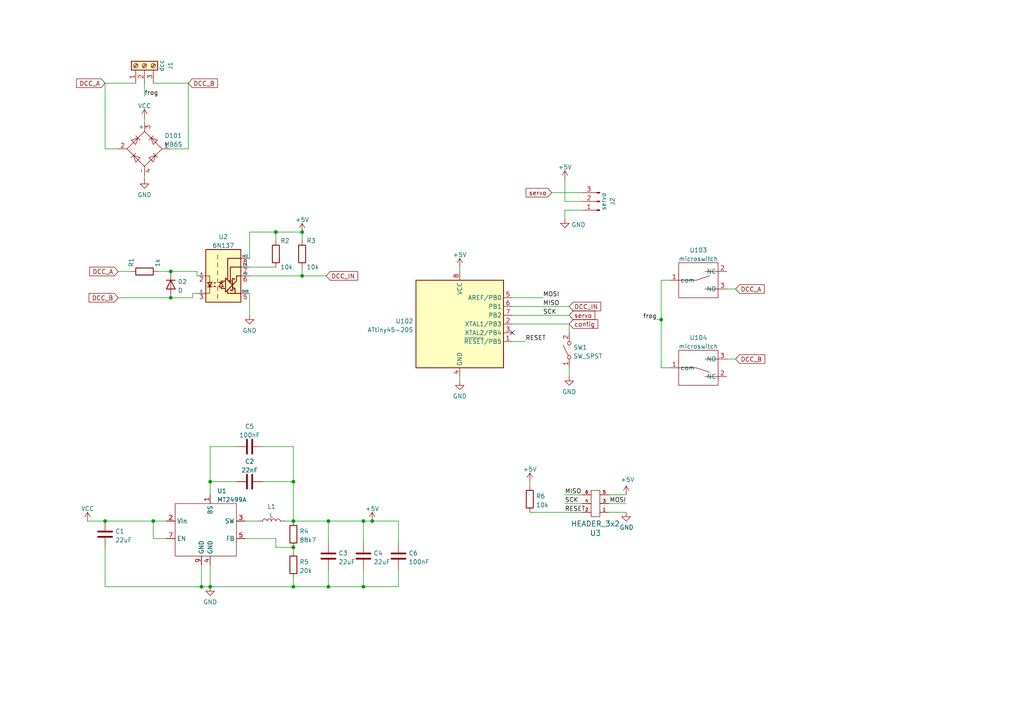
<source format=kicad_sch>
(kicad_sch (version 20211123) (generator eeschema)

  (uuid c90a48aa-9290-413d-846d-afcaaa276bbc)

  (paper "A4")

  (lib_symbols
    (symbol "Connector:Conn_01x03_Male" (pin_names (offset 1.016) hide) (in_bom yes) (on_board yes)
      (property "Reference" "J" (id 0) (at 0 5.08 0)
        (effects (font (size 1.27 1.27)))
      )
      (property "Value" "Conn_01x03_Male" (id 1) (at 0 -5.08 0)
        (effects (font (size 1.27 1.27)))
      )
      (property "Footprint" "" (id 2) (at 0 0 0)
        (effects (font (size 1.27 1.27)) hide)
      )
      (property "Datasheet" "~" (id 3) (at 0 0 0)
        (effects (font (size 1.27 1.27)) hide)
      )
      (property "ki_keywords" "connector" (id 4) (at 0 0 0)
        (effects (font (size 1.27 1.27)) hide)
      )
      (property "ki_description" "Generic connector, single row, 01x03, script generated (kicad-library-utils/schlib/autogen/connector/)" (id 5) (at 0 0 0)
        (effects (font (size 1.27 1.27)) hide)
      )
      (property "ki_fp_filters" "Connector*:*_1x??_*" (id 6) (at 0 0 0)
        (effects (font (size 1.27 1.27)) hide)
      )
      (symbol "Conn_01x03_Male_1_1"
        (polyline
          (pts
            (xy 1.27 -2.54)
            (xy 0.8636 -2.54)
          )
          (stroke (width 0.1524) (type default) (color 0 0 0 0))
          (fill (type none))
        )
        (polyline
          (pts
            (xy 1.27 0)
            (xy 0.8636 0)
          )
          (stroke (width 0.1524) (type default) (color 0 0 0 0))
          (fill (type none))
        )
        (polyline
          (pts
            (xy 1.27 2.54)
            (xy 0.8636 2.54)
          )
          (stroke (width 0.1524) (type default) (color 0 0 0 0))
          (fill (type none))
        )
        (rectangle (start 0.8636 -2.413) (end 0 -2.667)
          (stroke (width 0.1524) (type default) (color 0 0 0 0))
          (fill (type outline))
        )
        (rectangle (start 0.8636 0.127) (end 0 -0.127)
          (stroke (width 0.1524) (type default) (color 0 0 0 0))
          (fill (type outline))
        )
        (rectangle (start 0.8636 2.667) (end 0 2.413)
          (stroke (width 0.1524) (type default) (color 0 0 0 0))
          (fill (type outline))
        )
        (pin passive line (at 5.08 2.54 180) (length 3.81)
          (name "Pin_1" (effects (font (size 1.27 1.27))))
          (number "1" (effects (font (size 1.27 1.27))))
        )
        (pin passive line (at 5.08 0 180) (length 3.81)
          (name "Pin_2" (effects (font (size 1.27 1.27))))
          (number "2" (effects (font (size 1.27 1.27))))
        )
        (pin passive line (at 5.08 -2.54 180) (length 3.81)
          (name "Pin_3" (effects (font (size 1.27 1.27))))
          (number "3" (effects (font (size 1.27 1.27))))
        )
      )
    )
    (symbol "Connector:Screw_Terminal_01x03" (pin_names (offset 1.016) hide) (in_bom yes) (on_board yes)
      (property "Reference" "J" (id 0) (at 0 5.08 0)
        (effects (font (size 1.27 1.27)))
      )
      (property "Value" "Screw_Terminal_01x03" (id 1) (at 0 -5.08 0)
        (effects (font (size 1.27 1.27)))
      )
      (property "Footprint" "" (id 2) (at 0 0 0)
        (effects (font (size 1.27 1.27)) hide)
      )
      (property "Datasheet" "~" (id 3) (at 0 0 0)
        (effects (font (size 1.27 1.27)) hide)
      )
      (property "ki_keywords" "screw terminal" (id 4) (at 0 0 0)
        (effects (font (size 1.27 1.27)) hide)
      )
      (property "ki_description" "Generic screw terminal, single row, 01x03, script generated (kicad-library-utils/schlib/autogen/connector/)" (id 5) (at 0 0 0)
        (effects (font (size 1.27 1.27)) hide)
      )
      (property "ki_fp_filters" "TerminalBlock*:*" (id 6) (at 0 0 0)
        (effects (font (size 1.27 1.27)) hide)
      )
      (symbol "Screw_Terminal_01x03_1_1"
        (rectangle (start -1.27 3.81) (end 1.27 -3.81)
          (stroke (width 0.254) (type default) (color 0 0 0 0))
          (fill (type background))
        )
        (circle (center 0 -2.54) (radius 0.635)
          (stroke (width 0.1524) (type default) (color 0 0 0 0))
          (fill (type none))
        )
        (polyline
          (pts
            (xy -0.5334 -2.2098)
            (xy 0.3302 -3.048)
          )
          (stroke (width 0.1524) (type default) (color 0 0 0 0))
          (fill (type none))
        )
        (polyline
          (pts
            (xy -0.5334 0.3302)
            (xy 0.3302 -0.508)
          )
          (stroke (width 0.1524) (type default) (color 0 0 0 0))
          (fill (type none))
        )
        (polyline
          (pts
            (xy -0.5334 2.8702)
            (xy 0.3302 2.032)
          )
          (stroke (width 0.1524) (type default) (color 0 0 0 0))
          (fill (type none))
        )
        (polyline
          (pts
            (xy -0.3556 -2.032)
            (xy 0.508 -2.8702)
          )
          (stroke (width 0.1524) (type default) (color 0 0 0 0))
          (fill (type none))
        )
        (polyline
          (pts
            (xy -0.3556 0.508)
            (xy 0.508 -0.3302)
          )
          (stroke (width 0.1524) (type default) (color 0 0 0 0))
          (fill (type none))
        )
        (polyline
          (pts
            (xy -0.3556 3.048)
            (xy 0.508 2.2098)
          )
          (stroke (width 0.1524) (type default) (color 0 0 0 0))
          (fill (type none))
        )
        (circle (center 0 0) (radius 0.635)
          (stroke (width 0.1524) (type default) (color 0 0 0 0))
          (fill (type none))
        )
        (circle (center 0 2.54) (radius 0.635)
          (stroke (width 0.1524) (type default) (color 0 0 0 0))
          (fill (type none))
        )
        (pin passive line (at -5.08 2.54 0) (length 3.81)
          (name "Pin_1" (effects (font (size 1.27 1.27))))
          (number "1" (effects (font (size 1.27 1.27))))
        )
        (pin passive line (at -5.08 0 0) (length 3.81)
          (name "Pin_2" (effects (font (size 1.27 1.27))))
          (number "2" (effects (font (size 1.27 1.27))))
        )
        (pin passive line (at -5.08 -2.54 0) (length 3.81)
          (name "Pin_3" (effects (font (size 1.27 1.27))))
          (number "3" (effects (font (size 1.27 1.27))))
        )
      )
    )
    (symbol "Device:C" (pin_numbers hide) (pin_names (offset 0.254)) (in_bom yes) (on_board yes)
      (property "Reference" "C" (id 0) (at 0.635 2.54 0)
        (effects (font (size 1.27 1.27)) (justify left))
      )
      (property "Value" "C" (id 1) (at 0.635 -2.54 0)
        (effects (font (size 1.27 1.27)) (justify left))
      )
      (property "Footprint" "" (id 2) (at 0.9652 -3.81 0)
        (effects (font (size 1.27 1.27)) hide)
      )
      (property "Datasheet" "~" (id 3) (at 0 0 0)
        (effects (font (size 1.27 1.27)) hide)
      )
      (property "ki_keywords" "cap capacitor" (id 4) (at 0 0 0)
        (effects (font (size 1.27 1.27)) hide)
      )
      (property "ki_description" "Unpolarized capacitor" (id 5) (at 0 0 0)
        (effects (font (size 1.27 1.27)) hide)
      )
      (property "ki_fp_filters" "C_*" (id 6) (at 0 0 0)
        (effects (font (size 1.27 1.27)) hide)
      )
      (symbol "C_0_1"
        (polyline
          (pts
            (xy -2.032 -0.762)
            (xy 2.032 -0.762)
          )
          (stroke (width 0.508) (type default) (color 0 0 0 0))
          (fill (type none))
        )
        (polyline
          (pts
            (xy -2.032 0.762)
            (xy 2.032 0.762)
          )
          (stroke (width 0.508) (type default) (color 0 0 0 0))
          (fill (type none))
        )
      )
      (symbol "C_1_1"
        (pin passive line (at 0 3.81 270) (length 2.794)
          (name "~" (effects (font (size 1.27 1.27))))
          (number "1" (effects (font (size 1.27 1.27))))
        )
        (pin passive line (at 0 -3.81 90) (length 2.794)
          (name "~" (effects (font (size 1.27 1.27))))
          (number "2" (effects (font (size 1.27 1.27))))
        )
      )
    )
    (symbol "Device:D" (pin_numbers hide) (pin_names (offset 1.016) hide) (in_bom yes) (on_board yes)
      (property "Reference" "D" (id 0) (at 0 2.54 0)
        (effects (font (size 1.27 1.27)))
      )
      (property "Value" "D" (id 1) (at 0 -2.54 0)
        (effects (font (size 1.27 1.27)))
      )
      (property "Footprint" "" (id 2) (at 0 0 0)
        (effects (font (size 1.27 1.27)) hide)
      )
      (property "Datasheet" "~" (id 3) (at 0 0 0)
        (effects (font (size 1.27 1.27)) hide)
      )
      (property "ki_keywords" "diode" (id 4) (at 0 0 0)
        (effects (font (size 1.27 1.27)) hide)
      )
      (property "ki_description" "Diode" (id 5) (at 0 0 0)
        (effects (font (size 1.27 1.27)) hide)
      )
      (property "ki_fp_filters" "TO-???* *_Diode_* *SingleDiode* D_*" (id 6) (at 0 0 0)
        (effects (font (size 1.27 1.27)) hide)
      )
      (symbol "D_0_1"
        (polyline
          (pts
            (xy -1.27 1.27)
            (xy -1.27 -1.27)
          )
          (stroke (width 0.254) (type default) (color 0 0 0 0))
          (fill (type none))
        )
        (polyline
          (pts
            (xy 1.27 0)
            (xy -1.27 0)
          )
          (stroke (width 0) (type default) (color 0 0 0 0))
          (fill (type none))
        )
        (polyline
          (pts
            (xy 1.27 1.27)
            (xy 1.27 -1.27)
            (xy -1.27 0)
            (xy 1.27 1.27)
          )
          (stroke (width 0.254) (type default) (color 0 0 0 0))
          (fill (type none))
        )
      )
      (symbol "D_1_1"
        (pin passive line (at -3.81 0 0) (length 2.54)
          (name "K" (effects (font (size 1.27 1.27))))
          (number "1" (effects (font (size 1.27 1.27))))
        )
        (pin passive line (at 3.81 0 180) (length 2.54)
          (name "A" (effects (font (size 1.27 1.27))))
          (number "2" (effects (font (size 1.27 1.27))))
        )
      )
    )
    (symbol "Device:L" (pin_numbers hide) (pin_names (offset 1.016) hide) (in_bom yes) (on_board yes)
      (property "Reference" "L" (id 0) (at -1.27 0 90)
        (effects (font (size 1.27 1.27)))
      )
      (property "Value" "L" (id 1) (at 1.905 0 90)
        (effects (font (size 1.27 1.27)))
      )
      (property "Footprint" "" (id 2) (at 0 0 0)
        (effects (font (size 1.27 1.27)) hide)
      )
      (property "Datasheet" "~" (id 3) (at 0 0 0)
        (effects (font (size 1.27 1.27)) hide)
      )
      (property "ki_keywords" "inductor choke coil reactor magnetic" (id 4) (at 0 0 0)
        (effects (font (size 1.27 1.27)) hide)
      )
      (property "ki_description" "Inductor" (id 5) (at 0 0 0)
        (effects (font (size 1.27 1.27)) hide)
      )
      (property "ki_fp_filters" "Choke_* *Coil* Inductor_* L_*" (id 6) (at 0 0 0)
        (effects (font (size 1.27 1.27)) hide)
      )
      (symbol "L_0_1"
        (arc (start 0 -2.54) (mid 0.635 -1.905) (end 0 -1.27)
          (stroke (width 0) (type default) (color 0 0 0 0))
          (fill (type none))
        )
        (arc (start 0 -1.27) (mid 0.635 -0.635) (end 0 0)
          (stroke (width 0) (type default) (color 0 0 0 0))
          (fill (type none))
        )
        (arc (start 0 0) (mid 0.635 0.635) (end 0 1.27)
          (stroke (width 0) (type default) (color 0 0 0 0))
          (fill (type none))
        )
        (arc (start 0 1.27) (mid 0.635 1.905) (end 0 2.54)
          (stroke (width 0) (type default) (color 0 0 0 0))
          (fill (type none))
        )
      )
      (symbol "L_1_1"
        (pin passive line (at 0 3.81 270) (length 1.27)
          (name "1" (effects (font (size 1.27 1.27))))
          (number "1" (effects (font (size 1.27 1.27))))
        )
        (pin passive line (at 0 -3.81 90) (length 1.27)
          (name "2" (effects (font (size 1.27 1.27))))
          (number "2" (effects (font (size 1.27 1.27))))
        )
      )
    )
    (symbol "Device:R" (pin_numbers hide) (pin_names (offset 0)) (in_bom yes) (on_board yes)
      (property "Reference" "R" (id 0) (at 2.032 0 90)
        (effects (font (size 1.27 1.27)))
      )
      (property "Value" "R" (id 1) (at 0 0 90)
        (effects (font (size 1.27 1.27)))
      )
      (property "Footprint" "" (id 2) (at -1.778 0 90)
        (effects (font (size 1.27 1.27)) hide)
      )
      (property "Datasheet" "~" (id 3) (at 0 0 0)
        (effects (font (size 1.27 1.27)) hide)
      )
      (property "ki_keywords" "R res resistor" (id 4) (at 0 0 0)
        (effects (font (size 1.27 1.27)) hide)
      )
      (property "ki_description" "Resistor" (id 5) (at 0 0 0)
        (effects (font (size 1.27 1.27)) hide)
      )
      (property "ki_fp_filters" "R_*" (id 6) (at 0 0 0)
        (effects (font (size 1.27 1.27)) hide)
      )
      (symbol "R_0_1"
        (rectangle (start -1.016 -2.54) (end 1.016 2.54)
          (stroke (width 0.254) (type default) (color 0 0 0 0))
          (fill (type none))
        )
      )
      (symbol "R_1_1"
        (pin passive line (at 0 3.81 270) (length 1.27)
          (name "~" (effects (font (size 1.27 1.27))))
          (number "1" (effects (font (size 1.27 1.27))))
        )
        (pin passive line (at 0 -3.81 90) (length 1.27)
          (name "~" (effects (font (size 1.27 1.27))))
          (number "2" (effects (font (size 1.27 1.27))))
        )
      )
    )
    (symbol "Diode_Bridge:MB6S" (pin_names (offset 0)) (in_bom yes) (on_board yes)
      (property "Reference" "D" (id 0) (at 2.54 6.985 0)
        (effects (font (size 1.27 1.27)) (justify left))
      )
      (property "Value" "MB6S" (id 1) (at 2.54 5.08 0)
        (effects (font (size 1.27 1.27)) (justify left))
      )
      (property "Footprint" "Package_TO_SOT_SMD:TO-269AA" (id 2) (at 3.81 3.175 0)
        (effects (font (size 1.27 1.27)) (justify left) hide)
      )
      (property "Datasheet" "http://www.vishay.com/docs/88573/dfs.pdf" (id 3) (at 0 0 0)
        (effects (font (size 1.27 1.27)) hide)
      )
      (property "ki_keywords" "rectifier acdc" (id 4) (at 0 0 0)
        (effects (font (size 1.27 1.27)) hide)
      )
      (property "ki_description" "Miniature Glass Passivated Single-Phase Surface Mount Bridge Rectifiers, 700V Vrms, 1.0A If, DFS SMD package" (id 5) (at 0 0 0)
        (effects (font (size 1.27 1.27)) hide)
      )
      (property "ki_fp_filters" "TO?269AA*" (id 6) (at 0 0 0)
        (effects (font (size 1.27 1.27)) hide)
      )
      (symbol "MB6S_0_1"
        (polyline
          (pts
            (xy -2.54 3.81)
            (xy -1.27 2.54)
          )
          (stroke (width 0) (type default) (color 0 0 0 0))
          (fill (type none))
        )
        (polyline
          (pts
            (xy -1.27 -2.54)
            (xy -2.54 -3.81)
          )
          (stroke (width 0) (type default) (color 0 0 0 0))
          (fill (type none))
        )
        (polyline
          (pts
            (xy 2.54 -1.27)
            (xy 3.81 -2.54)
          )
          (stroke (width 0) (type default) (color 0 0 0 0))
          (fill (type none))
        )
        (polyline
          (pts
            (xy 2.54 1.27)
            (xy 3.81 2.54)
          )
          (stroke (width 0) (type default) (color 0 0 0 0))
          (fill (type none))
        )
        (polyline
          (pts
            (xy -3.81 2.54)
            (xy -2.54 1.27)
            (xy -1.905 3.175)
            (xy -3.81 2.54)
          )
          (stroke (width 0) (type default) (color 0 0 0 0))
          (fill (type none))
        )
        (polyline
          (pts
            (xy -2.54 -1.27)
            (xy -3.81 -2.54)
            (xy -1.905 -3.175)
            (xy -2.54 -1.27)
          )
          (stroke (width 0) (type default) (color 0 0 0 0))
          (fill (type none))
        )
        (polyline
          (pts
            (xy 1.27 2.54)
            (xy 2.54 3.81)
            (xy 3.175 1.905)
            (xy 1.27 2.54)
          )
          (stroke (width 0) (type default) (color 0 0 0 0))
          (fill (type none))
        )
        (polyline
          (pts
            (xy 3.175 -1.905)
            (xy 1.27 -2.54)
            (xy 2.54 -3.81)
            (xy 3.175 -1.905)
          )
          (stroke (width 0) (type default) (color 0 0 0 0))
          (fill (type none))
        )
        (polyline
          (pts
            (xy -5.08 0)
            (xy 0 -5.08)
            (xy 5.08 0)
            (xy 0 5.08)
            (xy -5.08 0)
          )
          (stroke (width 0) (type default) (color 0 0 0 0))
          (fill (type none))
        )
      )
      (symbol "MB6S_1_1"
        (pin passive line (at 0 -7.62 90) (length 2.54)
          (name "~" (effects (font (size 1.27 1.27))))
          (number "1" (effects (font (size 1.27 1.27))))
        )
        (pin passive line (at 0 7.62 270) (length 2.54)
          (name "~" (effects (font (size 1.27 1.27))))
          (number "2" (effects (font (size 1.27 1.27))))
        )
        (pin passive line (at 7.62 0 180) (length 2.54)
          (name "+" (effects (font (size 1.27 1.27))))
          (number "3" (effects (font (size 1.27 1.27))))
        )
        (pin passive line (at -7.62 0 0) (length 2.54)
          (name "-" (effects (font (size 1.27 1.27))))
          (number "4" (effects (font (size 1.27 1.27))))
        )
      )
    )
    (symbol "Isolator:6N137" (pin_names (offset 0)) (in_bom yes) (on_board yes)
      (property "Reference" "U" (id 0) (at -4.064 8.89 0)
        (effects (font (size 1.27 1.27)))
      )
      (property "Value" "6N137" (id 1) (at 0 -8.89 0)
        (effects (font (size 1.27 1.27)))
      )
      (property "Footprint" "Package_DIP:DIP-8_W7.62mm" (id 2) (at 0 -12.7 0)
        (effects (font (size 1.27 1.27)) hide)
      )
      (property "Datasheet" "https://docs.broadcom.com/docs/AV02-0940EN" (id 3) (at -21.59 13.97 0)
        (effects (font (size 1.27 1.27)) hide)
      )
      (property "ki_keywords" "High speed optically coupled gates enable" (id 4) (at 0 0 0)
        (effects (font (size 1.27 1.27)) hide)
      )
      (property "ki_description" "Single High Speed LSTTL/TTL Compatible Optocoupler with enable, dV/dt 1000/us, VCM 10, max 7V VCC, DIP-8" (id 5) (at 0 0 0)
        (effects (font (size 1.27 1.27)) hide)
      )
      (property "ki_fp_filters" "DIP*W7.62mm*" (id 6) (at 0 0 0)
        (effects (font (size 1.27 1.27)) hide)
      )
      (symbol "6N137_0_1"
        (polyline
          (pts
            (xy 2.667 -3.556)
            (xy 2.667 -1.651)
          )
          (stroke (width 0.254) (type default) (color 0 0 0 0))
          (fill (type none))
        )
        (polyline
          (pts
            (xy 2.667 -2.159)
            (xy 2.667 -2.921)
          )
          (stroke (width 0.254) (type default) (color 0 0 0 0))
          (fill (type none))
        )
        (polyline
          (pts
            (xy 3.429 -3.937)
            (xy 3.429 -5.08)
          )
          (stroke (width 0.254) (type default) (color 0 0 0 0))
          (fill (type none))
        )
        (polyline
          (pts
            (xy -0.635 -3.302)
            (xy -0.635 -3.683)
            (xy 0.635 -3.683)
          )
          (stroke (width 0.254) (type default) (color 0 0 0 0))
          (fill (type none))
        )
        (polyline
          (pts
            (xy -0.635 -1.905)
            (xy -0.635 -1.524)
            (xy 0.508 -1.524)
          )
          (stroke (width 0.254) (type default) (color 0 0 0 0))
          (fill (type none))
        )
        (polyline
          (pts
            (xy 1.27 -4.064)
            (xy 1.27 -5.08)
            (xy 5.08 -5.08)
          )
          (stroke (width 0.254) (type default) (color 0 0 0 0))
          (fill (type none))
        )
        (polyline
          (pts
            (xy 1.27 -1.27)
            (xy 1.27 5.08)
            (xy 5.08 5.08)
          )
          (stroke (width 0.254) (type default) (color 0 0 0 0))
          (fill (type none))
        )
        (polyline
          (pts
            (xy 2.032 -1.27)
            (xy 2.032 2.54)
            (xy 5.08 2.54)
          )
          (stroke (width 0.254) (type default) (color 0 0 0 0))
          (fill (type none))
        )
        (polyline
          (pts
            (xy -5.08 -5.08)
            (xy -3.937 -5.08)
            (xy -3.937 0)
            (xy -5.08 0)
          )
          (stroke (width 0) (type default) (color 0 0 0 0))
          (fill (type none))
        )
        (polyline
          (pts
            (xy 2.667 -3.302)
            (xy 2.667 -4.318)
            (xy 2.159 -4.318)
            (xy 2.159 -3.937)
          )
          (stroke (width 0.254) (type default) (color 0 0 0 0))
          (fill (type none))
        )
        (polyline
          (pts
            (xy 2.667 -2.667)
            (xy 0.635 -4.699)
            (xy 0.635 -0.635)
            (xy 2.667 -2.667)
          )
          (stroke (width 0.254) (type default) (color 0 0 0 0))
          (fill (type none))
        )
        (polyline
          (pts
            (xy 2.667 -1.778)
            (xy 2.667 -0.762)
            (xy 3.175 -0.762)
            (xy 3.175 -1.143)
          )
          (stroke (width 0.254) (type default) (color 0 0 0 0))
          (fill (type none))
        )
        (polyline
          (pts
            (xy 2.794 -2.54)
            (xy 3.81 -1.524)
            (xy 3.81 0)
            (xy 5.08 0)
          )
          (stroke (width 0.254) (type default) (color 0 0 0 0))
          (fill (type none))
        )
        (polyline
          (pts
            (xy 2.667 -3.175)
            (xy 3.429 -3.937)
            (xy 3.302 -3.556)
            (xy 3.048 -3.81)
            (xy 3.429 -3.937)
          )
          (stroke (width 0.254) (type default) (color 0 0 0 0))
          (fill (type none))
        )
        (circle (center 2.032 -1.524) (radius 0.254)
          (stroke (width 0.254) (type default) (color 0 0 0 0))
          (fill (type none))
        )
      )
      (symbol "6N137_1_1"
        (rectangle (start -5.08 7.62) (end 5.08 -7.62)
          (stroke (width 0.254) (type default) (color 0 0 0 0))
          (fill (type background))
        )
        (polyline
          (pts
            (xy -4.572 -3.175)
            (xy -3.302 -3.175)
          )
          (stroke (width 0.254) (type default) (color 0 0 0 0))
          (fill (type none))
        )
        (polyline
          (pts
            (xy -1.651 -5.334)
            (xy -1.651 -6.604)
          )
          (stroke (width 0) (type default) (color 0 0 0 0))
          (fill (type none))
        )
        (polyline
          (pts
            (xy -1.651 -3.048)
            (xy -1.651 -4.318)
          )
          (stroke (width 0) (type default) (color 0 0 0 0))
          (fill (type none))
        )
        (polyline
          (pts
            (xy -1.651 -0.762)
            (xy -1.651 -2.032)
          )
          (stroke (width 0) (type default) (color 0 0 0 0))
          (fill (type none))
        )
        (polyline
          (pts
            (xy -1.651 1.524)
            (xy -1.651 0.254)
          )
          (stroke (width 0) (type default) (color 0 0 0 0))
          (fill (type none))
        )
        (polyline
          (pts
            (xy -1.651 3.81)
            (xy -1.651 2.54)
          )
          (stroke (width 0) (type default) (color 0 0 0 0))
          (fill (type none))
        )
        (polyline
          (pts
            (xy -1.651 6.096)
            (xy -1.651 4.826)
          )
          (stroke (width 0) (type default) (color 0 0 0 0))
          (fill (type none))
        )
        (polyline
          (pts
            (xy -1.27 -1.905)
            (xy 0 -1.905)
          )
          (stroke (width 0.254) (type default) (color 0 0 0 0))
          (fill (type none))
        )
        (polyline
          (pts
            (xy -3.937 -3.175)
            (xy -4.572 -1.905)
            (xy -3.302 -1.905)
            (xy -3.937 -3.175)
          )
          (stroke (width 0.254) (type default) (color 0 0 0 0))
          (fill (type none))
        )
        (polyline
          (pts
            (xy -0.635 -1.905)
            (xy -1.27 -3.175)
            (xy 0 -3.175)
            (xy -0.635 -1.905)
          )
          (stroke (width 0.254) (type default) (color 0 0 0 0))
          (fill (type none))
        )
        (polyline
          (pts
            (xy -2.921 -3.048)
            (xy -2.159 -3.048)
            (xy -2.54 -3.175)
            (xy -2.54 -2.921)
            (xy -2.159 -3.048)
          )
          (stroke (width 0.127) (type default) (color 0 0 0 0))
          (fill (type none))
        )
        (polyline
          (pts
            (xy -2.921 -2.032)
            (xy -2.159 -2.032)
            (xy -2.54 -2.159)
            (xy -2.54 -1.905)
            (xy -2.159 -2.032)
          )
          (stroke (width 0.127) (type default) (color 0 0 0 0))
          (fill (type none))
        )
        (pin no_connect line (at -5.08 5.08 0) (length 2.54) hide
          (name "NC" (effects (font (size 0.635 0.635))))
          (number "1" (effects (font (size 1.27 1.27))))
        )
        (pin passive line (at -7.62 0 0) (length 2.54)
          (name "A" (effects (font (size 0.635 0.635))))
          (number "2" (effects (font (size 1.27 1.27))))
        )
        (pin passive line (at -7.62 -5.08 0) (length 2.54)
          (name "C" (effects (font (size 0.635 0.635))))
          (number "3" (effects (font (size 1.27 1.27))))
        )
        (pin power_in line (at 7.62 -5.08 180) (length 2.54)
          (name "GND" (effects (font (size 0.635 0.635))))
          (number "5" (effects (font (size 1.27 1.27))))
        )
        (pin open_collector line (at 7.62 0 180) (length 2.54)
          (name "VO" (effects (font (size 0.635 0.635))))
          (number "6" (effects (font (size 1.27 1.27))))
        )
        (pin input line (at 7.62 2.54 180) (length 2.54)
          (name "EN" (effects (font (size 0.635 0.635))))
          (number "7" (effects (font (size 1.27 1.27))))
        )
        (pin power_in line (at 7.62 5.08 180) (length 2.54)
          (name "VCC" (effects (font (size 0.635 0.635))))
          (number "8" (effects (font (size 1.27 1.27))))
        )
      )
    )
    (symbol "MCU_Microchip_ATtiny:ATtiny45-20S" (in_bom yes) (on_board yes)
      (property "Reference" "U" (id 0) (at -12.7 13.97 0)
        (effects (font (size 1.27 1.27)) (justify left bottom))
      )
      (property "Value" "ATtiny45-20S" (id 1) (at 2.54 -13.97 0)
        (effects (font (size 1.27 1.27)) (justify left top))
      )
      (property "Footprint" "Package_SO:SOIC-8W_5.3x5.3mm_P1.27mm" (id 2) (at 0 0 0)
        (effects (font (size 1.27 1.27) italic) hide)
      )
      (property "Datasheet" "http://ww1.microchip.com/downloads/en/DeviceDoc/atmel-2586-avr-8-bit-microcontroller-attiny25-attiny45-attiny85_datasheet.pdf" (id 3) (at 0 0 0)
        (effects (font (size 1.27 1.27)) hide)
      )
      (property "ki_keywords" "AVR 8bit Microcontroller tinyAVR" (id 4) (at 0 0 0)
        (effects (font (size 1.27 1.27)) hide)
      )
      (property "ki_description" "20MHz, 4kB Flash, 256B SRAM, 256B EEPROM, debugWIRE, SOIC-8W" (id 5) (at 0 0 0)
        (effects (font (size 1.27 1.27)) hide)
      )
      (property "ki_fp_filters" "SOIC*5.3x5.3mm*P1.27mm*" (id 6) (at 0 0 0)
        (effects (font (size 1.27 1.27)) hide)
      )
      (symbol "ATtiny45-20S_0_1"
        (rectangle (start -12.7 -12.7) (end 12.7 12.7)
          (stroke (width 0.254) (type default) (color 0 0 0 0))
          (fill (type background))
        )
      )
      (symbol "ATtiny45-20S_1_1"
        (pin bidirectional line (at 15.24 -5.08 180) (length 2.54)
          (name "~{RESET}/PB5" (effects (font (size 1.27 1.27))))
          (number "1" (effects (font (size 1.27 1.27))))
        )
        (pin bidirectional line (at 15.24 0 180) (length 2.54)
          (name "XTAL1/PB3" (effects (font (size 1.27 1.27))))
          (number "2" (effects (font (size 1.27 1.27))))
        )
        (pin bidirectional line (at 15.24 -2.54 180) (length 2.54)
          (name "XTAL2/PB4" (effects (font (size 1.27 1.27))))
          (number "3" (effects (font (size 1.27 1.27))))
        )
        (pin power_in line (at 0 -15.24 90) (length 2.54)
          (name "GND" (effects (font (size 1.27 1.27))))
          (number "4" (effects (font (size 1.27 1.27))))
        )
        (pin bidirectional line (at 15.24 7.62 180) (length 2.54)
          (name "AREF/PB0" (effects (font (size 1.27 1.27))))
          (number "5" (effects (font (size 1.27 1.27))))
        )
        (pin bidirectional line (at 15.24 5.08 180) (length 2.54)
          (name "PB1" (effects (font (size 1.27 1.27))))
          (number "6" (effects (font (size 1.27 1.27))))
        )
        (pin bidirectional line (at 15.24 2.54 180) (length 2.54)
          (name "PB2" (effects (font (size 1.27 1.27))))
          (number "7" (effects (font (size 1.27 1.27))))
        )
        (pin power_in line (at 0 15.24 270) (length 2.54)
          (name "VCC" (effects (font (size 1.27 1.27))))
          (number "8" (effects (font (size 1.27 1.27))))
        )
      )
    )
    (symbol "Switch:SW_SPST" (pin_names (offset 0) hide) (in_bom yes) (on_board yes)
      (property "Reference" "SW" (id 0) (at 0 3.175 0)
        (effects (font (size 1.27 1.27)))
      )
      (property "Value" "SW_SPST" (id 1) (at 0 -2.54 0)
        (effects (font (size 1.27 1.27)))
      )
      (property "Footprint" "" (id 2) (at 0 0 0)
        (effects (font (size 1.27 1.27)) hide)
      )
      (property "Datasheet" "~" (id 3) (at 0 0 0)
        (effects (font (size 1.27 1.27)) hide)
      )
      (property "ki_keywords" "switch lever" (id 4) (at 0 0 0)
        (effects (font (size 1.27 1.27)) hide)
      )
      (property "ki_description" "Single Pole Single Throw (SPST) switch" (id 5) (at 0 0 0)
        (effects (font (size 1.27 1.27)) hide)
      )
      (symbol "SW_SPST_0_0"
        (circle (center -2.032 0) (radius 0.508)
          (stroke (width 0) (type default) (color 0 0 0 0))
          (fill (type none))
        )
        (polyline
          (pts
            (xy -1.524 0.254)
            (xy 1.524 1.778)
          )
          (stroke (width 0) (type default) (color 0 0 0 0))
          (fill (type none))
        )
        (circle (center 2.032 0) (radius 0.508)
          (stroke (width 0) (type default) (color 0 0 0 0))
          (fill (type none))
        )
      )
      (symbol "SW_SPST_1_1"
        (pin passive line (at -5.08 0 0) (length 2.54)
          (name "A" (effects (font (size 1.27 1.27))))
          (number "1" (effects (font (size 1.27 1.27))))
        )
        (pin passive line (at 5.08 0 180) (length 2.54)
          (name "B" (effects (font (size 1.27 1.27))))
          (number "2" (effects (font (size 1.27 1.27))))
        )
      )
    )
    (symbol "custom_bas:microswitch" (in_bom yes) (on_board yes)
      (property "Reference" "U" (id 0) (at -2.54 6.35 0)
        (effects (font (size 1.27 1.27)))
      )
      (property "Value" "microswitch" (id 1) (at -2.54 5.08 0)
        (effects (font (size 1.27 1.27)))
      )
      (property "Footprint" "custom_kicad_lib_sk:microswitch" (id 2) (at 0 0 0)
        (effects (font (size 1.27 1.27)) hide)
      )
      (property "Datasheet" "" (id 3) (at 0 0 0)
        (effects (font (size 1.27 1.27)) hide)
      )
      (symbol "microswitch_0_1"
        (polyline
          (pts
            (xy -7.62 -1.27)
            (xy -2.54 -1.27)
          )
          (stroke (width 0.1524) (type default) (color 0 0 0 0))
          (fill (type none))
        )
        (polyline
          (pts
            (xy -2.54 -1.27)
            (xy 1.27 -2.54)
          )
          (stroke (width 0.1524) (type default) (color 0 0 0 0))
          (fill (type none))
        )
        (polyline
          (pts
            (xy 3.81 -3.81)
            (xy 0 -3.81)
          )
          (stroke (width 0.1524) (type default) (color 0 0 0 0))
          (fill (type none))
        )
        (polyline
          (pts
            (xy 3.81 1.27)
            (xy 0 1.27)
          )
          (stroke (width 0.1524) (type default) (color 0 0 0 0))
          (fill (type none))
        )
        (polyline
          (pts
            (xy 3.81 3.81)
            (xy 3.81 -6.35)
            (xy -7.62 -6.35)
            (xy -7.62 2.54)
            (xy -7.62 3.81)
            (xy 3.81 3.81)
          )
          (stroke (width 0.1524) (type default) (color 0 0 0 0))
          (fill (type none))
        )
      )
      (symbol "microswitch_1_1"
        (pin input line (at -10.16 -1.27 0) (length 2.54)
          (name "com" (effects (font (size 1.27 1.27))))
          (number "1" (effects (font (size 1.27 1.27))))
        )
        (pin input line (at 6.35 -3.81 180) (length 2.54)
          (name "NC" (effects (font (size 1.27 1.27))))
          (number "2" (effects (font (size 1.27 1.27))))
        )
        (pin input line (at 6.35 1.27 180) (length 2.54)
          (name "NO" (effects (font (size 1.27 1.27))))
          (number "3" (effects (font (size 1.27 1.27))))
        )
      )
    )
    (symbol "custom_kicad_lib_sk:MT499A" (in_bom yes) (on_board yes)
      (property "Reference" "U1" (id 0) (at 2.0194 9.999 0)
        (effects (font (size 1.27 1.27)) (justify left))
      )
      (property "Value" "MT499A" (id 1) (at 2.0194 7.4621 0)
        (effects (font (size 1.27 1.27)) (justify left))
      )
      (property "Footprint" "Package_SO:TI_SO-PowerPAD-8" (id 2) (at 1.27 15.24 0)
        (effects (font (size 1.27 1.27)) hide)
      )
      (property "Datasheet" "https://datasheet.lcsc.com/lcsc/2205121200_XI-AN-Aerosemi-Tech-MT2499A_C3007555.pdf" (id 3) (at 0 21.59 0)
        (effects (font (size 1.27 1.27)) hide)
      )
      (property "JLCPCB Part#" "C3007555" (id 4) (at 1.27 17.78 0)
        (effects (font (size 1.27 1.27)) hide)
      )
      (symbol "MT499A_0_1"
        (rectangle (start -10.16 6.35) (end 7.62 -8.89)
          (stroke (width 0.1524) (type default) (color 0 0 0 0))
          (fill (type none))
        )
      )
      (symbol "MT499A_1_1"
        (pin input line (at 0 8.89 270) (length 2.54)
          (name "BS" (effects (font (size 1.27 1.27))))
          (number "1" (effects (font (size 1.27 1.27))))
        )
        (pin power_in line (at -12.7 1.27 0) (length 2.54)
          (name "Vin" (effects (font (size 1.27 1.27))))
          (number "2" (effects (font (size 1.27 1.27))))
        )
        (pin input line (at 10.16 1.27 180) (length 2.54)
          (name "SW" (effects (font (size 1.27 1.27))))
          (number "3" (effects (font (size 1.27 1.27))))
        )
        (pin power_in line (at 0 -11.43 90) (length 2.54)
          (name "GND" (effects (font (size 1.27 1.27))))
          (number "4" (effects (font (size 1.27 1.27))))
        )
        (pin input line (at 10.16 -3.81 180) (length 2.54)
          (name "FB" (effects (font (size 1.27 1.27))))
          (number "5" (effects (font (size 1.27 1.27))))
        )
        (pin no_connect line (at 8.89 -11.43 180) (length 2.54) hide
          (name "NC" (effects (font (size 1.27 1.27))))
          (number "6" (effects (font (size 1.27 1.27))))
        )
        (pin input line (at -12.7 -3.81 0) (length 2.54)
          (name "EN" (effects (font (size 1.27 1.27))))
          (number "7" (effects (font (size 1.27 1.27))))
        )
        (pin no_connect line (at 8.89 -13.97 180) (length 2.54) hide
          (name "NC" (effects (font (size 1.27 1.27))))
          (number "8" (effects (font (size 1.27 1.27))))
        )
        (pin input line (at -2.54 -11.43 90) (length 2.54)
          (name "GND" (effects (font (size 1.27 1.27))))
          (number "9" (effects (font (size 1.27 1.27))))
        )
      )
    )
    (symbol "power:+5V" (power) (pin_names (offset 0)) (in_bom yes) (on_board yes)
      (property "Reference" "#PWR" (id 0) (at 0 -3.81 0)
        (effects (font (size 1.27 1.27)) hide)
      )
      (property "Value" "+5V" (id 1) (at 0 3.556 0)
        (effects (font (size 1.27 1.27)))
      )
      (property "Footprint" "" (id 2) (at 0 0 0)
        (effects (font (size 1.27 1.27)) hide)
      )
      (property "Datasheet" "" (id 3) (at 0 0 0)
        (effects (font (size 1.27 1.27)) hide)
      )
      (property "ki_keywords" "power-flag" (id 4) (at 0 0 0)
        (effects (font (size 1.27 1.27)) hide)
      )
      (property "ki_description" "Power symbol creates a global label with name \"+5V\"" (id 5) (at 0 0 0)
        (effects (font (size 1.27 1.27)) hide)
      )
      (symbol "+5V_0_1"
        (polyline
          (pts
            (xy -0.762 1.27)
            (xy 0 2.54)
          )
          (stroke (width 0) (type default) (color 0 0 0 0))
          (fill (type none))
        )
        (polyline
          (pts
            (xy 0 0)
            (xy 0 2.54)
          )
          (stroke (width 0) (type default) (color 0 0 0 0))
          (fill (type none))
        )
        (polyline
          (pts
            (xy 0 2.54)
            (xy 0.762 1.27)
          )
          (stroke (width 0) (type default) (color 0 0 0 0))
          (fill (type none))
        )
      )
      (symbol "+5V_1_1"
        (pin power_in line (at 0 0 90) (length 0) hide
          (name "+5V" (effects (font (size 1.27 1.27))))
          (number "1" (effects (font (size 1.27 1.27))))
        )
      )
    )
    (symbol "power:GND" (power) (pin_names (offset 0)) (in_bom yes) (on_board yes)
      (property "Reference" "#PWR" (id 0) (at 0 -6.35 0)
        (effects (font (size 1.27 1.27)) hide)
      )
      (property "Value" "GND" (id 1) (at 0 -3.81 0)
        (effects (font (size 1.27 1.27)))
      )
      (property "Footprint" "" (id 2) (at 0 0 0)
        (effects (font (size 1.27 1.27)) hide)
      )
      (property "Datasheet" "" (id 3) (at 0 0 0)
        (effects (font (size 1.27 1.27)) hide)
      )
      (property "ki_keywords" "power-flag" (id 4) (at 0 0 0)
        (effects (font (size 1.27 1.27)) hide)
      )
      (property "ki_description" "Power symbol creates a global label with name \"GND\" , ground" (id 5) (at 0 0 0)
        (effects (font (size 1.27 1.27)) hide)
      )
      (symbol "GND_0_1"
        (polyline
          (pts
            (xy 0 0)
            (xy 0 -1.27)
            (xy 1.27 -1.27)
            (xy 0 -2.54)
            (xy -1.27 -1.27)
            (xy 0 -1.27)
          )
          (stroke (width 0) (type default) (color 0 0 0 0))
          (fill (type none))
        )
      )
      (symbol "GND_1_1"
        (pin power_in line (at 0 0 270) (length 0) hide
          (name "GND" (effects (font (size 1.27 1.27))))
          (number "1" (effects (font (size 1.27 1.27))))
        )
      )
    )
    (symbol "power:VCC" (power) (pin_names (offset 0)) (in_bom yes) (on_board yes)
      (property "Reference" "#PWR" (id 0) (at 0 -3.81 0)
        (effects (font (size 1.27 1.27)) hide)
      )
      (property "Value" "VCC" (id 1) (at 0 3.81 0)
        (effects (font (size 1.27 1.27)))
      )
      (property "Footprint" "" (id 2) (at 0 0 0)
        (effects (font (size 1.27 1.27)) hide)
      )
      (property "Datasheet" "" (id 3) (at 0 0 0)
        (effects (font (size 1.27 1.27)) hide)
      )
      (property "ki_keywords" "power-flag" (id 4) (at 0 0 0)
        (effects (font (size 1.27 1.27)) hide)
      )
      (property "ki_description" "Power symbol creates a global label with name \"VCC\"" (id 5) (at 0 0 0)
        (effects (font (size 1.27 1.27)) hide)
      )
      (symbol "VCC_0_1"
        (polyline
          (pts
            (xy -0.762 1.27)
            (xy 0 2.54)
          )
          (stroke (width 0) (type default) (color 0 0 0 0))
          (fill (type none))
        )
        (polyline
          (pts
            (xy 0 0)
            (xy 0 2.54)
          )
          (stroke (width 0) (type default) (color 0 0 0 0))
          (fill (type none))
        )
        (polyline
          (pts
            (xy 0 2.54)
            (xy 0.762 1.27)
          )
          (stroke (width 0) (type default) (color 0 0 0 0))
          (fill (type none))
        )
      )
      (symbol "VCC_1_1"
        (pin power_in line (at 0 0 90) (length 0) hide
          (name "VCC" (effects (font (size 1.27 1.27))))
          (number "1" (effects (font (size 1.27 1.27))))
        )
      )
    )
    (symbol "servoDriverSMD-rescue:HEADER_3x2-w_connectors" (pin_names (offset 0)) (in_bom yes) (on_board yes)
      (property "Reference" "J" (id 0) (at 0 5.08 0)
        (effects (font (size 1.524 1.524)))
      )
      (property "Value" "HEADER_3x2-w_connectors" (id 1) (at 0 -5.08 0)
        (effects (font (size 1.524 1.524)))
      )
      (property "Footprint" "" (id 2) (at 0 0 0)
        (effects (font (size 1.524 1.524)))
      )
      (property "Datasheet" "" (id 3) (at 0 0 0)
        (effects (font (size 1.524 1.524)))
      )
      (symbol "HEADER_3x2-w_connectors_0_1"
        (rectangle (start 1.27 3.81) (end -1.27 -3.81)
          (stroke (width 0) (type default) (color 0 0 0 0))
          (fill (type none))
        )
      )
      (symbol "HEADER_3x2-w_connectors_1_1"
        (pin passive line (at -3.81 2.54 0) (length 2.54)
          (name "~" (effects (font (size 1.27 1.27))))
          (number "1" (effects (font (size 0.889 0.889))))
        )
        (pin passive line (at 3.81 2.54 180) (length 2.54)
          (name "~" (effects (font (size 1.27 1.27))))
          (number "2" (effects (font (size 0.889 0.889))))
        )
        (pin passive line (at -3.81 0 0) (length 2.54)
          (name "~" (effects (font (size 1.27 1.27))))
          (number "3" (effects (font (size 0.889 0.889))))
        )
        (pin passive line (at 3.81 0 180) (length 2.54)
          (name "~" (effects (font (size 1.27 1.27))))
          (number "4" (effects (font (size 0.889 0.889))))
        )
        (pin passive line (at -3.81 -2.54 0) (length 2.54)
          (name "~" (effects (font (size 1.27 1.27))))
          (number "5" (effects (font (size 0.889 0.889))))
        )
        (pin passive line (at 3.81 -2.54 180) (length 2.54)
          (name "~" (effects (font (size 1.27 1.27))))
          (number "6" (effects (font (size 0.889 0.889))))
        )
      )
    )
  )

  (junction (at 191.77 92.71) (diameter 0) (color 0 0 0 0)
    (uuid 0e92f1ae-32ba-4606-b979-6653aa79d372)
  )
  (junction (at 105.41 151.13) (diameter 0) (color 0 0 0 0)
    (uuid 13853ac3-03d5-4fa8-a1c3-000a9dab54c6)
  )
  (junction (at 95.25 170.18) (diameter 0) (color 0 0 0 0)
    (uuid 1c7fd2d2-16cd-4e32-867f-4f763036ba51)
  )
  (junction (at 49.53 78.74) (diameter 0) (color 0 0 0 0)
    (uuid 2f5bc796-1394-403a-a924-4f87b5596ab6)
  )
  (junction (at 30.48 151.13) (diameter 0) (color 0 0 0 0)
    (uuid 4140ed46-93da-46b1-9849-b36bbbcc050b)
  )
  (junction (at 107.95 151.13) (diameter 0) (color 0 0 0 0)
    (uuid 612b86af-2fce-46f4-b829-3088259d31dd)
  )
  (junction (at 85.09 139.7) (diameter 0) (color 0 0 0 0)
    (uuid 61feb753-8ae4-44e6-960a-82c63316687a)
  )
  (junction (at 85.09 170.18) (diameter 0) (color 0 0 0 0)
    (uuid 6c0a9965-81f3-4ac6-ae3a-4b353c3275c5)
  )
  (junction (at 87.63 67.31) (diameter 0) (color 0 0 0 0)
    (uuid 70ce9f93-52f2-4313-b283-bd8d91eed6bc)
  )
  (junction (at 60.96 139.7) (diameter 0) (color 0 0 0 0)
    (uuid a3a14742-7fdc-40a0-8114-99100853e097)
  )
  (junction (at 105.41 170.18) (diameter 0) (color 0 0 0 0)
    (uuid a9a66709-1edb-4a5d-8cbf-097eeb7440cd)
  )
  (junction (at 60.96 170.18) (diameter 0) (color 0 0 0 0)
    (uuid ab7b329c-e753-4b0d-8e3c-32a4ceed67f9)
  )
  (junction (at 49.53 86.36) (diameter 0) (color 0 0 0 0)
    (uuid c7333729-518b-4e99-917a-2a3af1719b28)
  )
  (junction (at 85.09 158.75) (diameter 0) (color 0 0 0 0)
    (uuid ce172637-8108-4ff9-8b25-6f5fc2e05958)
  )
  (junction (at 80.01 67.31) (diameter 0) (color 0 0 0 0)
    (uuid db51b696-85ae-4bdb-a443-c5dcb231884c)
  )
  (junction (at 85.09 151.13) (diameter 0) (color 0 0 0 0)
    (uuid e9409851-70dc-4e54-8128-4d9feea6f954)
  )
  (junction (at 58.42 170.18) (diameter 0) (color 0 0 0 0)
    (uuid fa8c73f6-a43f-444f-a688-e3ac84e2d8be)
  )
  (junction (at 87.63 80.01) (diameter 0) (color 0 0 0 0)
    (uuid fbcbe1c2-4242-4736-8f4d-1efe4e87df25)
  )
  (junction (at 44.45 151.13) (diameter 0) (color 0 0 0 0)
    (uuid fe1aadc9-57e1-430f-96a9-92e6fa5c8087)
  )
  (junction (at 95.25 151.13) (diameter 0) (color 0 0 0 0)
    (uuid ffe003c3-62df-4c03-9b6a-8506f1ae9e28)
  )

  (no_connect (at 148.59 96.52) (uuid 75693483-68ef-43b2-a908-5c04dac615ec))

  (wire (pts (xy 163.83 52.07) (xy 163.83 58.42))
    (stroke (width 0) (type default) (color 0 0 0 0))
    (uuid 032ae712-ba56-4ade-925f-0bc5801178ad)
  )
  (wire (pts (xy 60.96 170.18) (xy 58.42 170.18))
    (stroke (width 0) (type default) (color 0 0 0 0))
    (uuid 05191835-a573-4c7b-b5f9-287feecd9d72)
  )
  (wire (pts (xy 176.53 143.51) (xy 181.61 143.51))
    (stroke (width 0) (type default) (color 0 0 0 0))
    (uuid 0641abdd-2de1-4450-a4b0-af8d9cc4d65d)
  )
  (wire (pts (xy 148.59 99.06) (xy 152.4 99.06))
    (stroke (width 0) (type default) (color 0 0 0 0))
    (uuid 0b55d3c0-46c6-4797-b13d-d1267e2011fd)
  )
  (wire (pts (xy 148.59 86.36) (xy 157.48 86.36))
    (stroke (width 0) (type default) (color 0 0 0 0))
    (uuid 0ba488d4-e69e-496a-9c07-dc0859ed2d44)
  )
  (wire (pts (xy 95.25 165.1) (xy 95.25 170.18))
    (stroke (width 0) (type default) (color 0 0 0 0))
    (uuid 0dfebe07-c20f-4ed6-ae2e-73db8370d8d4)
  )
  (wire (pts (xy 176.53 148.59) (xy 181.61 148.59))
    (stroke (width 0) (type default) (color 0 0 0 0))
    (uuid 0e117404-8b24-4d21-b2a5-695edaee805c)
  )
  (wire (pts (xy 60.96 139.7) (xy 68.58 139.7))
    (stroke (width 0) (type default) (color 0 0 0 0))
    (uuid 0e64b286-6210-4d9f-a19c-76802e9c2449)
  )
  (wire (pts (xy 87.63 80.01) (xy 94.615 80.01))
    (stroke (width 0) (type default) (color 0 0 0 0))
    (uuid 0f80cb95-ecb5-4470-913b-3cb7006e6cd7)
  )
  (wire (pts (xy 105.41 170.18) (xy 95.25 170.18))
    (stroke (width 0) (type default) (color 0 0 0 0))
    (uuid 117141cb-9d29-4531-94d2-d107e1273779)
  )
  (wire (pts (xy 49.53 78.74) (xy 57.15 78.74))
    (stroke (width 0) (type default) (color 0 0 0 0))
    (uuid 12cce2e2-5d36-4945-a61a-15c28aeae34a)
  )
  (wire (pts (xy 60.96 129.54) (xy 60.96 139.7))
    (stroke (width 0) (type default) (color 0 0 0 0))
    (uuid 166a9fd5-d6ba-4874-89cf-d15038e42e6c)
  )
  (wire (pts (xy 190.5 92.71) (xy 191.77 92.71))
    (stroke (width 0) (type default) (color 0 0 0 0))
    (uuid 175f090a-fed1-4270-8bb5-3b115a49cd2c)
  )
  (wire (pts (xy 85.09 170.18) (xy 85.09 167.64))
    (stroke (width 0) (type default) (color 0 0 0 0))
    (uuid 1bf04589-61c5-4c3f-9776-a7131eaa5f04)
  )
  (wire (pts (xy 76.2 129.54) (xy 85.09 129.54))
    (stroke (width 0) (type default) (color 0 0 0 0))
    (uuid 1c471eb0-11e8-4ff1-a2f7-875786fc100e)
  )
  (wire (pts (xy 57.15 80.01) (xy 57.15 78.74))
    (stroke (width 0) (type default) (color 0 0 0 0))
    (uuid 1ead597f-5c32-4e7f-ac48-526c9421ad27)
  )
  (wire (pts (xy 60.96 139.7) (xy 60.96 143.51))
    (stroke (width 0) (type default) (color 0 0 0 0))
    (uuid 1f063a75-531f-4ca8-ad94-10b7ffcc1077)
  )
  (wire (pts (xy 87.63 80.01) (xy 87.63 77.47))
    (stroke (width 0) (type default) (color 0 0 0 0))
    (uuid 24586552-7383-4aa4-8315-dc695fd8a5c9)
  )
  (wire (pts (xy 80.01 156.21) (xy 80.01 158.75))
    (stroke (width 0) (type default) (color 0 0 0 0))
    (uuid 2714b401-29bb-4d07-9fa7-7f58f260127e)
  )
  (wire (pts (xy 95.25 157.48) (xy 95.25 151.13))
    (stroke (width 0) (type default) (color 0 0 0 0))
    (uuid 27e648db-cfe9-4db3-bd33-5c6edd648a66)
  )
  (wire (pts (xy 105.41 151.13) (xy 105.41 157.48))
    (stroke (width 0) (type default) (color 0 0 0 0))
    (uuid 28118062-c49b-4b7f-bbf4-d4e8291bb666)
  )
  (wire (pts (xy 58.42 170.18) (xy 30.48 170.18))
    (stroke (width 0) (type default) (color 0 0 0 0))
    (uuid 2a2d500f-8d9f-4547-a996-7969edec13a5)
  )
  (wire (pts (xy 76.2 139.7) (xy 85.09 139.7))
    (stroke (width 0) (type default) (color 0 0 0 0))
    (uuid 2d6ba780-5fb8-4844-af09-1d31dc084be4)
  )
  (wire (pts (xy 85.09 151.13) (xy 95.25 151.13))
    (stroke (width 0) (type default) (color 0 0 0 0))
    (uuid 30b8aa53-ee74-4d6d-81d2-7d6bf369bf84)
  )
  (wire (pts (xy 72.39 74.93) (xy 72.39 67.31))
    (stroke (width 0) (type default) (color 0 0 0 0))
    (uuid 30edd6e8-0054-4d92-ad8c-63b822d8edca)
  )
  (wire (pts (xy 85.09 158.75) (xy 85.09 160.02))
    (stroke (width 0) (type default) (color 0 0 0 0))
    (uuid 33d6f3fd-5969-47c6-b10a-de7528f6ae7d)
  )
  (wire (pts (xy 54.61 24.13) (xy 54.61 43.18))
    (stroke (width 0) (type default) (color 0 0 0 0))
    (uuid 342518bc-8d33-4ac2-b758-1f9b37c0d15b)
  )
  (wire (pts (xy 191.77 81.28) (xy 191.77 92.71))
    (stroke (width 0) (type default) (color 0 0 0 0))
    (uuid 3447d3cb-441b-4ef4-b9c7-e42c125bba97)
  )
  (wire (pts (xy 163.83 60.96) (xy 168.91 60.96))
    (stroke (width 0) (type default) (color 0 0 0 0))
    (uuid 34beef9e-5130-4dae-9536-4a0a67979e01)
  )
  (wire (pts (xy 72.39 67.31) (xy 80.01 67.31))
    (stroke (width 0) (type default) (color 0 0 0 0))
    (uuid 358fa5d2-3d43-4902-b96e-ea3ecb34b2e1)
  )
  (wire (pts (xy 191.77 92.71) (xy 191.77 106.68))
    (stroke (width 0) (type default) (color 0 0 0 0))
    (uuid 3998d9c4-3ee1-4c10-88ed-556f7de1d59c)
  )
  (wire (pts (xy 95.25 170.18) (xy 85.09 170.18))
    (stroke (width 0) (type default) (color 0 0 0 0))
    (uuid 3afffac5-b8e6-4730-95c1-f4d0180b4a57)
  )
  (wire (pts (xy 87.63 67.31) (xy 87.63 69.85))
    (stroke (width 0) (type default) (color 0 0 0 0))
    (uuid 3b7b92ef-bf0c-4ebf-bfbd-92f9a773b039)
  )
  (wire (pts (xy 54.61 43.18) (xy 49.53 43.18))
    (stroke (width 0) (type default) (color 0 0 0 0))
    (uuid 3d37bef2-6f0b-42c1-9b2b-62efbf7bf3e8)
  )
  (wire (pts (xy 165.1 106.68) (xy 165.1 109.22))
    (stroke (width 0) (type default) (color 0 0 0 0))
    (uuid 3f8b8255-e685-4ff0-96cc-f1a8230b6def)
  )
  (wire (pts (xy 133.35 109.22) (xy 133.35 110.49))
    (stroke (width 0) (type default) (color 0 0 0 0))
    (uuid 405060ba-7e40-49ae-bcc2-c9b8c4d19e8c)
  )
  (wire (pts (xy 39.37 24.13) (xy 30.48 24.13))
    (stroke (width 0) (type default) (color 0 0 0 0))
    (uuid 43089aa8-6dd5-45fe-80b8-12017e9dbfad)
  )
  (wire (pts (xy 41.91 34.29) (xy 41.91 35.56))
    (stroke (width 0) (type default) (color 0 0 0 0))
    (uuid 4350cb25-d685-4122-b7f2-b5d66f6b3088)
  )
  (wire (pts (xy 34.29 86.36) (xy 49.53 86.36))
    (stroke (width 0) (type default) (color 0 0 0 0))
    (uuid 45712685-6446-465c-8e45-fac367ff69e9)
  )
  (wire (pts (xy 41.91 50.8) (xy 41.91 52.07))
    (stroke (width 0) (type default) (color 0 0 0 0))
    (uuid 471df956-f167-4629-81cc-24a805d6fc97)
  )
  (wire (pts (xy 30.48 170.18) (xy 30.48 158.75))
    (stroke (width 0) (type default) (color 0 0 0 0))
    (uuid 4ba613d9-7d6c-4cfa-86f3-65930482ab5d)
  )
  (wire (pts (xy 210.82 83.82) (xy 213.36 83.82))
    (stroke (width 0) (type default) (color 0 0 0 0))
    (uuid 4c2b6fd4-fd8a-4b67-b569-4977cdb2c863)
  )
  (wire (pts (xy 107.95 151.13) (xy 115.57 151.13))
    (stroke (width 0) (type default) (color 0 0 0 0))
    (uuid 53eda4c3-2c1f-4061-a1ac-0cb223df0dd9)
  )
  (wire (pts (xy 148.59 91.44) (xy 165.1 91.44))
    (stroke (width 0) (type default) (color 0 0 0 0))
    (uuid 59b46244-7cd6-4952-8bb3-7c842de904e9)
  )
  (wire (pts (xy 163.83 143.51) (xy 168.91 143.51))
    (stroke (width 0) (type default) (color 0 0 0 0))
    (uuid 5a179d07-ef25-4e96-a2df-319f3d452547)
  )
  (wire (pts (xy 34.29 78.74) (xy 38.1 78.74))
    (stroke (width 0) (type default) (color 0 0 0 0))
    (uuid 5bb37785-5bf4-429a-bc9a-47b51499c9d6)
  )
  (wire (pts (xy 115.57 165.1) (xy 115.57 170.18))
    (stroke (width 0) (type default) (color 0 0 0 0))
    (uuid 5d5a8eb9-9775-4f2d-ae25-0d8261cea45e)
  )
  (wire (pts (xy 44.45 151.13) (xy 44.45 156.21))
    (stroke (width 0) (type default) (color 0 0 0 0))
    (uuid 5dcdea64-e90c-4159-844f-807a2f46f862)
  )
  (wire (pts (xy 133.35 77.47) (xy 133.35 78.74))
    (stroke (width 0) (type default) (color 0 0 0 0))
    (uuid 5fbc8000-6c12-4a7e-a69c-e23fb9084ad4)
  )
  (wire (pts (xy 194.31 106.68) (xy 191.77 106.68))
    (stroke (width 0) (type default) (color 0 0 0 0))
    (uuid 61054423-b490-436b-a5e9-6e0a38277ad0)
  )
  (wire (pts (xy 194.31 81.28) (xy 191.77 81.28))
    (stroke (width 0) (type default) (color 0 0 0 0))
    (uuid 61fc45cc-f2c6-49d7-b500-0d4877a3b6a5)
  )
  (wire (pts (xy 30.48 151.13) (xy 44.45 151.13))
    (stroke (width 0) (type default) (color 0 0 0 0))
    (uuid 65157d3a-8beb-4c42-ac8e-5ca633f907d0)
  )
  (wire (pts (xy 80.01 67.31) (xy 80.01 69.85))
    (stroke (width 0) (type default) (color 0 0 0 0))
    (uuid 65b99978-b050-46a6-8378-61412ffebaf3)
  )
  (wire (pts (xy 30.48 43.18) (xy 34.29 43.18))
    (stroke (width 0) (type default) (color 0 0 0 0))
    (uuid 6ee3af4f-05fb-489d-a143-e42c177dd2b4)
  )
  (wire (pts (xy 49.53 86.36) (xy 55.88 86.36))
    (stroke (width 0) (type default) (color 0 0 0 0))
    (uuid 6f9546c7-4b1d-4075-b695-0a6a3b42dc78)
  )
  (wire (pts (xy 55.88 85.09) (xy 55.88 86.36))
    (stroke (width 0) (type default) (color 0 0 0 0))
    (uuid 75dba5ef-84da-476c-8ade-362fa54090f1)
  )
  (wire (pts (xy 44.45 24.13) (xy 54.61 24.13))
    (stroke (width 0) (type default) (color 0 0 0 0))
    (uuid 78da8a6c-658f-4f84-be0b-a56911ee02ec)
  )
  (wire (pts (xy 60.96 170.18) (xy 60.96 163.83))
    (stroke (width 0) (type default) (color 0 0 0 0))
    (uuid 7a5a9381-79ce-408e-acca-cb9f2aea456d)
  )
  (wire (pts (xy 48.26 156.21) (xy 44.45 156.21))
    (stroke (width 0) (type default) (color 0 0 0 0))
    (uuid 88d6be80-c709-4d68-a550-325387c47330)
  )
  (wire (pts (xy 153.67 139.7) (xy 153.67 140.97))
    (stroke (width 0) (type default) (color 0 0 0 0))
    (uuid 8f518a9e-2d7e-467d-ac54-d055cf3e9a8a)
  )
  (wire (pts (xy 160.02 55.88) (xy 168.91 55.88))
    (stroke (width 0) (type default) (color 0 0 0 0))
    (uuid 8f5bad1f-08f4-4780-bb38-f8374b3ded16)
  )
  (wire (pts (xy 85.09 139.7) (xy 85.09 151.13))
    (stroke (width 0) (type default) (color 0 0 0 0))
    (uuid 904d870e-43d7-432b-b1ae-9e456ed2b102)
  )
  (wire (pts (xy 153.67 148.59) (xy 168.91 148.59))
    (stroke (width 0) (type default) (color 0 0 0 0))
    (uuid 90decd66-947c-48f3-b5cc-139c72597575)
  )
  (wire (pts (xy 72.39 77.47) (xy 80.01 77.47))
    (stroke (width 0) (type default) (color 0 0 0 0))
    (uuid 91f25a96-802c-4347-8794-ea175e175786)
  )
  (wire (pts (xy 44.45 151.13) (xy 48.26 151.13))
    (stroke (width 0) (type default) (color 0 0 0 0))
    (uuid 92426e59-d020-4ddc-b2b8-f2bdcaa4b8c5)
  )
  (wire (pts (xy 30.48 24.13) (xy 30.48 43.18))
    (stroke (width 0) (type default) (color 0 0 0 0))
    (uuid 9958ce33-ec07-444a-b0b1-ee2e6307062d)
  )
  (wire (pts (xy 165.1 96.52) (xy 165.1 93.98))
    (stroke (width 0) (type default) (color 0 0 0 0))
    (uuid 9f06893b-8c59-4729-8d7a-66b0de81250c)
  )
  (wire (pts (xy 168.91 146.05) (xy 163.83 146.05))
    (stroke (width 0) (type default) (color 0 0 0 0))
    (uuid 9f50a10d-0898-41c5-9035-2c47919e1628)
  )
  (wire (pts (xy 105.41 165.1) (xy 105.41 170.18))
    (stroke (width 0) (type default) (color 0 0 0 0))
    (uuid a39ff9cd-0ba6-485f-bd41-20e96f211d28)
  )
  (wire (pts (xy 85.09 129.54) (xy 85.09 139.7))
    (stroke (width 0) (type default) (color 0 0 0 0))
    (uuid a3f9f830-dd80-45b4-84c7-acaeab234ec2)
  )
  (wire (pts (xy 57.15 85.09) (xy 55.88 85.09))
    (stroke (width 0) (type default) (color 0 0 0 0))
    (uuid a42207e6-676a-432d-8222-29f9bdb9e60e)
  )
  (wire (pts (xy 72.39 80.01) (xy 87.63 80.01))
    (stroke (width 0) (type default) (color 0 0 0 0))
    (uuid a62ee7d9-6f14-45e9-a731-7f4f4bec1040)
  )
  (wire (pts (xy 115.57 170.18) (xy 105.41 170.18))
    (stroke (width 0) (type default) (color 0 0 0 0))
    (uuid a6825220-92d3-45de-8f55-7097800953f8)
  )
  (wire (pts (xy 45.72 78.74) (xy 49.53 78.74))
    (stroke (width 0) (type default) (color 0 0 0 0))
    (uuid a72a62ca-009d-4e62-b224-9344f371483b)
  )
  (wire (pts (xy 68.58 129.54) (xy 60.96 129.54))
    (stroke (width 0) (type default) (color 0 0 0 0))
    (uuid a8a60c6a-7885-4cc1-b49e-0bb0da8ff94a)
  )
  (wire (pts (xy 82.55 151.13) (xy 85.09 151.13))
    (stroke (width 0) (type default) (color 0 0 0 0))
    (uuid aab842d7-4d19-4b68-bb24-b42e53a6af19)
  )
  (wire (pts (xy 165.1 93.98) (xy 148.59 93.98))
    (stroke (width 0) (type default) (color 0 0 0 0))
    (uuid ac9a6fee-7b37-472a-a831-92d35d268dc1)
  )
  (wire (pts (xy 148.59 88.9) (xy 165.1 88.9))
    (stroke (width 0) (type default) (color 0 0 0 0))
    (uuid ad933b57-6871-4eea-9dd3-ce91296a2884)
  )
  (wire (pts (xy 95.25 151.13) (xy 105.41 151.13))
    (stroke (width 0) (type default) (color 0 0 0 0))
    (uuid af6cb31e-1fe2-460c-87ed-e3663deb3cde)
  )
  (wire (pts (xy 105.41 151.13) (xy 107.95 151.13))
    (stroke (width 0) (type default) (color 0 0 0 0))
    (uuid b24f4da9-dea2-48b8-8371-34dee25b9d5f)
  )
  (wire (pts (xy 72.39 85.09) (xy 72.39 91.44))
    (stroke (width 0) (type default) (color 0 0 0 0))
    (uuid b5f00eaf-ed5b-422c-b415-e855ac399eea)
  )
  (wire (pts (xy 80.01 158.75) (xy 85.09 158.75))
    (stroke (width 0) (type default) (color 0 0 0 0))
    (uuid b9fc6624-2b16-4611-a825-bd46442b8ee4)
  )
  (wire (pts (xy 210.82 104.14) (xy 213.36 104.14))
    (stroke (width 0) (type default) (color 0 0 0 0))
    (uuid bdfd19f9-34c9-4f90-b2a3-4d1dd97ae5a1)
  )
  (wire (pts (xy 58.42 163.83) (xy 58.42 170.18))
    (stroke (width 0) (type default) (color 0 0 0 0))
    (uuid bfc6c47c-669b-483b-92fb-99a3a8e60503)
  )
  (wire (pts (xy 80.01 67.31) (xy 87.63 67.31))
    (stroke (width 0) (type default) (color 0 0 0 0))
    (uuid c829f43c-ee94-4de3-bc8c-2b32ba0d4dd7)
  )
  (wire (pts (xy 176.53 146.05) (xy 181.61 146.05))
    (stroke (width 0) (type default) (color 0 0 0 0))
    (uuid d95d77ba-3385-4516-b362-0978ef9b3cce)
  )
  (wire (pts (xy 115.57 157.48) (xy 115.57 151.13))
    (stroke (width 0) (type default) (color 0 0 0 0))
    (uuid dc2ad2e9-148b-416b-9845-21f90699ff5f)
  )
  (wire (pts (xy 25.4 151.13) (xy 30.48 151.13))
    (stroke (width 0) (type default) (color 0 0 0 0))
    (uuid df96081f-32c9-4e92-a5b9-274e3a47ee55)
  )
  (wire (pts (xy 71.12 151.13) (xy 74.93 151.13))
    (stroke (width 0) (type default) (color 0 0 0 0))
    (uuid e53833f9-9705-4d9f-96e0-d614aba1c1fd)
  )
  (wire (pts (xy 71.12 156.21) (xy 80.01 156.21))
    (stroke (width 0) (type default) (color 0 0 0 0))
    (uuid e9cd3e4a-d016-47d5-a01c-45475c6b4719)
  )
  (wire (pts (xy 85.09 170.18) (xy 60.96 170.18))
    (stroke (width 0) (type default) (color 0 0 0 0))
    (uuid f096e537-b19b-4305-8002-2685c3d187fb)
  )
  (wire (pts (xy 168.91 58.42) (xy 163.83 58.42))
    (stroke (width 0) (type default) (color 0 0 0 0))
    (uuid f7147dfc-9303-4215-82dd-0f6ca2c34552)
  )
  (wire (pts (xy 163.83 60.96) (xy 163.83 63.5))
    (stroke (width 0) (type default) (color 0 0 0 0))
    (uuid f73ab5f7-7866-4ba1-901f-57e82c4f7213)
  )
  (wire (pts (xy 41.91 24.13) (xy 41.91 27.94))
    (stroke (width 0) (type default) (color 0 0 0 0))
    (uuid fc27feb1-87c9-40c8-b1c5-29e9315a3fc8)
  )

  (label "MISO" (at 163.83 143.51 0)
    (effects (font (size 1.27 1.27)) (justify left bottom))
    (uuid 0a25568a-24cc-4475-a69d-114a8ab68798)
  )
  (label "RESET" (at 163.83 148.59 0)
    (effects (font (size 1.27 1.27)) (justify left bottom))
    (uuid 13c9024a-b42e-4d33-8db3-ce7611045d05)
  )
  (label "MOSI" (at 181.61 146.05 180)
    (effects (font (size 1.27 1.27)) (justify right bottom))
    (uuid 1c6f2482-c90f-47c8-9289-dcf3a948a9a9)
  )
  (label "SCK" (at 163.83 146.05 0)
    (effects (font (size 1.27 1.27)) (justify left bottom))
    (uuid 3d02ff62-2d1f-4fe1-86cc-5f35b1f013e3)
  )
  (label "frog" (at 190.5 92.71 180)
    (effects (font (size 1.27 1.27)) (justify right bottom))
    (uuid 7d8672ff-8c9b-4cfe-8dbb-3ae8b2afedd8)
  )
  (label "MISO" (at 157.48 88.9 0)
    (effects (font (size 1.27 1.27)) (justify left bottom))
    (uuid 99d670fb-f510-4172-9529-dcc11191021e)
  )
  (label "SCK" (at 157.48 91.44 0)
    (effects (font (size 1.27 1.27)) (justify left bottom))
    (uuid 9ab2496e-7ed9-42a0-a77f-2ea876f3d800)
  )
  (label "RESET" (at 152.4 99.06 0)
    (effects (font (size 1.27 1.27)) (justify left bottom))
    (uuid a871c5f9-0915-440b-98bb-a6762d317349)
  )
  (label "frog" (at 41.91 27.94 0)
    (effects (font (size 1.27 1.27)) (justify left bottom))
    (uuid ef43cce1-5330-4412-8af3-222e4e5fe4a0)
  )
  (label "MOSI" (at 157.48 86.36 0)
    (effects (font (size 1.27 1.27)) (justify left bottom))
    (uuid fbf7005d-8065-4d27-93b2-3b7deca487bd)
  )

  (global_label "DCC_B" (shape input) (at 34.29 86.36 180) (fields_autoplaced)
    (effects (font (size 1.27 1.27)) (justify right))
    (uuid 14749e25-d00f-4383-8e32-93e37c0fca5f)
    (property "Intersheet References" "${INTERSHEET_REFS}" (id 0) (at 25.8293 86.2806 0)
      (effects (font (size 1.27 1.27)) (justify right) hide)
    )
  )
  (global_label "DCC_A" (shape input) (at 34.29 78.74 180) (fields_autoplaced)
    (effects (font (size 1.27 1.27)) (justify right))
    (uuid 1f734db2-7af7-4f5b-b203-fad2ca8055d3)
    (property "Intersheet References" "${INTERSHEET_REFS}" (id 0) (at 26.0107 78.6606 0)
      (effects (font (size 1.27 1.27)) (justify right) hide)
    )
  )
  (global_label "DCC_A" (shape input) (at 213.36 83.82 0) (fields_autoplaced)
    (effects (font (size 1.27 1.27)) (justify left))
    (uuid 2dda511b-94ec-45ab-ab00-d77c80ed503f)
    (property "Intersheet References" "${INTERSHEET_REFS}" (id 0) (at 221.6393 83.8994 0)
      (effects (font (size 1.27 1.27)) (justify left) hide)
    )
  )
  (global_label "DCC_IN" (shape input) (at 165.1 88.9 0) (fields_autoplaced)
    (effects (font (size 1.27 1.27)) (justify left))
    (uuid 2f08bae4-40d3-4a27-a4da-34fb650ff326)
    (property "Intersheet References" "${INTERSHEET_REFS}" (id 0) (at 174.226 88.8206 0)
      (effects (font (size 1.27 1.27)) (justify left) hide)
    )
  )
  (global_label "DCC_B" (shape input) (at 213.36 104.14 0) (fields_autoplaced)
    (effects (font (size 1.27 1.27)) (justify left))
    (uuid 3d460632-a47f-447d-8a15-f988b101227a)
    (property "Intersheet References" "${INTERSHEET_REFS}" (id 0) (at 221.8207 104.0606 0)
      (effects (font (size 1.27 1.27)) (justify left) hide)
    )
  )
  (global_label "DCC_A" (shape input) (at 30.48 24.13 180) (fields_autoplaced)
    (effects (font (size 1.27 1.27)) (justify right))
    (uuid 697f83ff-f1ab-4d0a-a0cf-bc4e6d91b02c)
    (property "Intersheet References" "${INTERSHEET_REFS}" (id 0) (at 22.2007 24.0506 0)
      (effects (font (size 1.27 1.27)) (justify right) hide)
    )
  )
  (global_label "DCC_B" (shape input) (at 54.61 24.13 0) (fields_autoplaced)
    (effects (font (size 1.27 1.27)) (justify left))
    (uuid 6c76cc53-b727-4c90-8bd7-a5070657d272)
    (property "Intersheet References" "${INTERSHEET_REFS}" (id 0) (at 63.0707 24.2094 0)
      (effects (font (size 1.27 1.27)) (justify left) hide)
    )
  )
  (global_label "servo" (shape input) (at 165.1 91.44 0) (fields_autoplaced)
    (effects (font (size 1.27 1.27)) (justify left))
    (uuid 80b53cb3-8b37-4388-9fd7-4ad780a53543)
    (property "Intersheet References" "${INTERSHEET_REFS}" (id 0) (at 172.5326 91.3606 0)
      (effects (font (size 1.27 1.27)) (justify left) hide)
    )
  )
  (global_label "DCC_IN" (shape input) (at 94.615 80.01 0) (fields_autoplaced)
    (effects (font (size 1.27 1.27)) (justify left))
    (uuid c81b8208-446b-48f5-afc1-78308a6b3e2b)
    (property "Intersheet References" "${INTERSHEET_REFS}" (id 0) (at 103.741 79.9306 0)
      (effects (font (size 1.27 1.27)) (justify left) hide)
    )
  )
  (global_label "servo" (shape input) (at 160.02 55.88 180) (fields_autoplaced)
    (effects (font (size 1.27 1.27)) (justify right))
    (uuid e7529bb3-dabf-4fdf-b42d-a527054d8a17)
    (property "Intersheet References" "${INTERSHEET_REFS}" (id 0) (at 152.5874 55.9594 0)
      (effects (font (size 1.27 1.27)) (justify right) hide)
    )
  )
  (global_label "config" (shape input) (at 165.1 93.98 0) (fields_autoplaced)
    (effects (font (size 1.27 1.27)) (justify left))
    (uuid faffa4e5-7af7-435e-8a63-092a4b3c49b8)
    (property "Intersheet References" "${INTERSHEET_REFS}" (id 0) (at 173.3793 93.9006 0)
      (effects (font (size 1.27 1.27)) (justify left) hide)
    )
  )

  (symbol (lib_id "power:+5V") (at 107.95 151.13 0) (unit 1)
    (in_bom yes) (on_board yes) (fields_autoplaced)
    (uuid 04e0d033-de54-4add-9233-80bbb05dc2cf)
    (property "Reference" "#PWR0107" (id 0) (at 107.95 154.94 0)
      (effects (font (size 1.27 1.27)) hide)
    )
    (property "Value" "+5V" (id 1) (at 107.95 147.5542 0))
    (property "Footprint" "" (id 2) (at 107.95 151.13 0)
      (effects (font (size 1.27 1.27)) hide)
    )
    (property "Datasheet" "" (id 3) (at 107.95 151.13 0)
      (effects (font (size 1.27 1.27)) hide)
    )
    (pin "1" (uuid 748985b8-be37-41cd-b7eb-0fffb11765ff))
  )

  (symbol (lib_id "custom_bas:microswitch") (at 204.47 105.41 0) (unit 1)
    (in_bom yes) (on_board yes) (fields_autoplaced)
    (uuid 0df317e3-3265-4dc7-a855-1489aa889a3a)
    (property "Reference" "U104" (id 0) (at 202.565 97.951 0))
    (property "Value" "microswitch" (id 1) (at 202.565 100.4879 0))
    (property "Footprint" "custom_kicad_lib_sk:microswitch" (id 2) (at 204.47 105.41 0)
      (effects (font (size 1.27 1.27)) hide)
    )
    (property "Datasheet" "" (id 3) (at 204.47 105.41 0)
      (effects (font (size 1.27 1.27)) hide)
    )
    (pin "1" (uuid b3aa5ae7-711b-466b-bf8c-109031891760))
    (pin "2" (uuid adf95946-2715-425e-a2dc-231a6357e650))
    (pin "3" (uuid 4c5272c6-6661-425b-8665-0af355debd75))
  )

  (symbol (lib_id "power:VCC") (at 25.4 151.13 0) (unit 1)
    (in_bom yes) (on_board yes) (fields_autoplaced)
    (uuid 0eb21b27-f276-498e-8615-91a86612ebe0)
    (property "Reference" "#PWR0102" (id 0) (at 25.4 154.94 0)
      (effects (font (size 1.27 1.27)) hide)
    )
    (property "Value" "VCC" (id 1) (at 25.4 147.5542 0))
    (property "Footprint" "" (id 2) (at 25.4 151.13 0)
      (effects (font (size 1.27 1.27)) hide)
    )
    (property "Datasheet" "" (id 3) (at 25.4 151.13 0)
      (effects (font (size 1.27 1.27)) hide)
    )
    (pin "1" (uuid 692b2f7b-ed50-4d3f-9741-3d5b407b7ec3))
  )

  (symbol (lib_id "power:GND") (at 163.83 63.5 0) (unit 1)
    (in_bom yes) (on_board yes) (fields_autoplaced)
    (uuid 17dfe0dc-d4a8-460d-a95d-97633485cd55)
    (property "Reference" "#PWR0108" (id 0) (at 163.83 69.85 0)
      (effects (font (size 1.27 1.27)) hide)
    )
    (property "Value" "GND" (id 1) (at 165.735 65.2038 0)
      (effects (font (size 1.27 1.27)) (justify left))
    )
    (property "Footprint" "" (id 2) (at 163.83 63.5 0)
      (effects (font (size 1.27 1.27)) hide)
    )
    (property "Datasheet" "" (id 3) (at 163.83 63.5 0)
      (effects (font (size 1.27 1.27)) hide)
    )
    (pin "1" (uuid 7abcc2fb-7048-4f4d-a0d5-5439ac56f0a9))
  )

  (symbol (lib_id "Device:R") (at 153.67 144.78 0) (unit 1)
    (in_bom yes) (on_board yes) (fields_autoplaced)
    (uuid 2189ddc7-865b-4d34-a0ec-055c68b4dac1)
    (property "Reference" "R6" (id 0) (at 155.448 143.9453 0)
      (effects (font (size 1.27 1.27)) (justify left))
    )
    (property "Value" "10k" (id 1) (at 155.448 146.4822 0)
      (effects (font (size 1.27 1.27)) (justify left))
    )
    (property "Footprint" "Resistor_SMD:R_1206_3216Metric_Pad1.30x1.75mm_HandSolder" (id 2) (at 151.892 144.78 90)
      (effects (font (size 1.27 1.27)) hide)
    )
    (property "Datasheet" "~" (id 3) (at 153.67 144.78 0)
      (effects (font (size 1.27 1.27)) hide)
    )
    (property "JLCPCB Part#" "C17902" (id 4) (at 153.67 144.78 0)
      (effects (font (size 1.27 1.27)) hide)
    )
    (pin "1" (uuid e5f1c823-d4fd-42d1-bfdf-b242e075b79f))
    (pin "2" (uuid bbe5b346-0030-4d59-9372-a37ea1f4506e))
  )

  (symbol (lib_id "Isolator:6N137") (at 64.77 80.01 0) (unit 1)
    (in_bom yes) (on_board yes) (fields_autoplaced)
    (uuid 220d1f19-0bd2-44bd-ba85-b440c42f4897)
    (property "Reference" "U2" (id 0) (at 64.77 68.6902 0))
    (property "Value" "6N137" (id 1) (at 64.77 71.2271 0))
    (property "Footprint" "Package_SO:SOP-8_6.62x9.15mm_P2.54mm" (id 2) (at 64.77 92.71 0)
      (effects (font (size 1.27 1.27)) hide)
    )
    (property "Datasheet" "https://datasheet.lcsc.com/szlcsc/1908282202_Everlight-Elec-6N137S1-TA_C110020.pdf" (id 3) (at 43.18 66.04 0)
      (effects (font (size 1.27 1.27)) hide)
    )
    (property "JLCPCB Part#" "C110020" (id 4) (at 64.77 80.01 0)
      (effects (font (size 1.27 1.27)) hide)
    )
    (pin "1" (uuid 5a9da943-1d8f-4b7e-b668-13204db96c02))
    (pin "2" (uuid d83dad57-bd0f-4b77-bb92-3ab10bf013ed))
    (pin "3" (uuid fdf5e8b4-b101-4c12-bcf9-6617138c20d4))
    (pin "5" (uuid af8bc9a7-936a-408f-b936-954978103838))
    (pin "6" (uuid a287f18b-652f-4669-8426-402eb062756a))
    (pin "7" (uuid 47d67264-617e-4bdd-8dfc-f1ad15bc3afc))
    (pin "8" (uuid 757f8b89-829a-49a3-89a4-1d6ebfe94cbb))
  )

  (symbol (lib_id "power:GND") (at 181.61 148.59 0) (unit 1)
    (in_bom yes) (on_board yes)
    (uuid 33dbeab2-a915-4a2e-9cf7-1b224c59ea0f)
    (property "Reference" "#PWR0114" (id 0) (at 181.61 154.94 0)
      (effects (font (size 1.27 1.27)) hide)
    )
    (property "Value" "GND" (id 1) (at 181.737 152.9842 0))
    (property "Footprint" "" (id 2) (at 181.61 148.59 0)
      (effects (font (size 1.27 1.27)) hide)
    )
    (property "Datasheet" "" (id 3) (at 181.61 148.59 0)
      (effects (font (size 1.27 1.27)) hide)
    )
    (pin "1" (uuid 5b361c12-85e7-4d7a-ad0c-5635dd503d9e))
  )

  (symbol (lib_id "Device:C") (at 105.41 161.29 0) (unit 1)
    (in_bom yes) (on_board yes) (fields_autoplaced)
    (uuid 34baff14-2f77-47f2-9061-d81c397c6dfd)
    (property "Reference" "C4" (id 0) (at 108.331 160.4553 0)
      (effects (font (size 1.27 1.27)) (justify left))
    )
    (property "Value" "22uF" (id 1) (at 108.331 162.9922 0)
      (effects (font (size 1.27 1.27)) (justify left))
    )
    (property "Footprint" "" (id 2) (at 106.3752 165.1 0)
      (effects (font (size 1.27 1.27)) hide)
    )
    (property "Datasheet" "~" (id 3) (at 105.41 161.29 0)
      (effects (font (size 1.27 1.27)) hide)
    )
    (property "JLCPCB Part#" "C45783" (id 4) (at 105.41 161.29 0)
      (effects (font (size 1.27 1.27)) hide)
    )
    (pin "1" (uuid b47a0286-8e5e-4191-8872-60956b123054))
    (pin "2" (uuid 2d006010-ba6c-4126-adf6-9df43d863282))
  )

  (symbol (lib_id "Device:R") (at 80.01 73.66 0) (unit 1)
    (in_bom yes) (on_board yes)
    (uuid 495bfffa-ebf2-47e2-ab31-1427a521d24f)
    (property "Reference" "R2" (id 0) (at 81.28 69.85 0)
      (effects (font (size 1.27 1.27)) (justify left))
    )
    (property "Value" "10k" (id 1) (at 81.28 77.47 0)
      (effects (font (size 1.27 1.27)) (justify left))
    )
    (property "Footprint" "Resistor_SMD:R_0805_2012Metric_Pad1.20x1.40mm_HandSolder" (id 2) (at 78.232 73.66 90)
      (effects (font (size 1.27 1.27)) hide)
    )
    (property "Datasheet" "~" (id 3) (at 80.01 73.66 0)
      (effects (font (size 1.27 1.27)) hide)
    )
    (property "JLCPCB Part#" "C17414" (id 4) (at 80.01 73.66 0)
      (effects (font (size 1.27 1.27)) hide)
    )
    (pin "1" (uuid dc6030b0-4a83-4aa9-bbd9-5a251a52541c))
    (pin "2" (uuid fa091a20-aa5c-4d70-b676-5d8659a782e4))
  )

  (symbol (lib_id "power:GND") (at 72.39 91.44 0) (unit 1)
    (in_bom yes) (on_board yes) (fields_autoplaced)
    (uuid 4cdfab87-b4c2-412a-82a8-a62a2f37a29f)
    (property "Reference" "#PWR0101" (id 0) (at 72.39 97.79 0)
      (effects (font (size 1.27 1.27)) hide)
    )
    (property "Value" "GND" (id 1) (at 72.39 95.8834 0))
    (property "Footprint" "" (id 2) (at 72.39 91.44 0)
      (effects (font (size 1.27 1.27)) hide)
    )
    (property "Datasheet" "" (id 3) (at 72.39 91.44 0)
      (effects (font (size 1.27 1.27)) hide)
    )
    (pin "1" (uuid 4be82a70-8065-4104-a11b-a446b57b95ef))
  )

  (symbol (lib_id "Device:R") (at 87.63 73.66 0) (unit 1)
    (in_bom yes) (on_board yes)
    (uuid 56559e5b-a7d0-4ccc-bb36-884fb37f7279)
    (property "Reference" "R3" (id 0) (at 88.9 69.85 0)
      (effects (font (size 1.27 1.27)) (justify left))
    )
    (property "Value" "10k" (id 1) (at 88.9 77.47 0)
      (effects (font (size 1.27 1.27)) (justify left))
    )
    (property "Footprint" "Resistor_SMD:R_0805_2012Metric_Pad1.20x1.40mm_HandSolder" (id 2) (at 85.852 73.66 90)
      (effects (font (size 1.27 1.27)) hide)
    )
    (property "Datasheet" "~" (id 3) (at 87.63 73.66 0)
      (effects (font (size 1.27 1.27)) hide)
    )
    (property "JLCPCB Part#" "C17414" (id 4) (at 87.63 73.66 0)
      (effects (font (size 1.27 1.27)) hide)
    )
    (pin "1" (uuid 56557a70-49a2-4b64-aef5-bb9bd4c1b171))
    (pin "2" (uuid bb39ac1e-60c3-4a69-bbe6-c06e20bea27f))
  )

  (symbol (lib_id "Connector:Conn_01x03_Male") (at 173.99 58.42 180) (unit 1)
    (in_bom yes) (on_board yes) (fields_autoplaced)
    (uuid 588e8ad6-7e16-45d2-bc9b-499b20a41e95)
    (property "Reference" "J2" (id 0) (at 177.639 58.42 90))
    (property "Value" "servo" (id 1) (at 175.1021 58.42 90))
    (property "Footprint" "Connector_PinHeader_2.54mm:PinHeader_1x03_P2.54mm_Vertical" (id 2) (at 173.99 58.42 0)
      (effects (font (size 1.27 1.27)) hide)
    )
    (property "Datasheet" "~" (id 3) (at 173.99 58.42 0)
      (effects (font (size 1.27 1.27)) hide)
    )
    (pin "1" (uuid eacdbc31-5d37-4382-93ef-ba307164f5a1))
    (pin "2" (uuid 17ebdd56-fe5a-4d28-b506-77c5d13d6478))
    (pin "3" (uuid b61928e0-44f6-421f-b871-42cc24045b3c))
  )

  (symbol (lib_id "MCU_Microchip_ATtiny:ATtiny45-20S") (at 133.35 93.98 0) (unit 1)
    (in_bom yes) (on_board yes) (fields_autoplaced)
    (uuid 6e76d0f8-a092-42e3-a286-264f6eb0941d)
    (property "Reference" "U102" (id 0) (at 119.8881 93.1453 0)
      (effects (font (size 1.27 1.27)) (justify right))
    )
    (property "Value" "ATtiny45-20S" (id 1) (at 119.8881 95.6822 0)
      (effects (font (size 1.27 1.27)) (justify right))
    )
    (property "Footprint" "Package_SO:SOIC-8W_5.3x5.3mm_P1.27mm" (id 2) (at 133.35 93.98 0)
      (effects (font (size 1.27 1.27) italic) hide)
    )
    (property "Datasheet" "http://ww1.microchip.com/downloads/en/DeviceDoc/atmel-2586-avr-8-bit-microcontroller-attiny25-attiny45-attiny85_datasheet.pdf" (id 3) (at 133.35 93.98 0)
      (effects (font (size 1.27 1.27)) hide)
    )
    (pin "1" (uuid 70eda7dd-169c-4103-85d2-431374725311))
    (pin "2" (uuid e549ff8c-ff09-4067-9aa9-e68521c469ee))
    (pin "3" (uuid 460da785-f0b9-4f6e-b173-4788d359cbb9))
    (pin "4" (uuid 891a6e3d-81f3-4230-9a67-1b168898c378))
    (pin "5" (uuid 864e02e7-a3a6-4559-ae3c-eea4e109b5a0))
    (pin "6" (uuid d4241810-0ae1-4a7c-8131-96dfde04129a))
    (pin "7" (uuid 882f936c-acd8-43e8-82b4-c870c3cad488))
    (pin "8" (uuid 1c0f36dd-d901-4349-9076-928af272c578))
  )

  (symbol (lib_id "power:+5V") (at 87.63 67.31 0) (unit 1)
    (in_bom yes) (on_board yes) (fields_autoplaced)
    (uuid 75ea24e7-9fb6-425a-98d3-70b77329c60e)
    (property "Reference" "#PWR0111" (id 0) (at 87.63 71.12 0)
      (effects (font (size 1.27 1.27)) hide)
    )
    (property "Value" "+5V" (id 1) (at 87.63 63.7342 0))
    (property "Footprint" "" (id 2) (at 87.63 67.31 0)
      (effects (font (size 1.27 1.27)) hide)
    )
    (property "Datasheet" "" (id 3) (at 87.63 67.31 0)
      (effects (font (size 1.27 1.27)) hide)
    )
    (pin "1" (uuid 4f41af0e-af2a-428a-8cd5-08eb643145cb))
  )

  (symbol (lib_id "Device:C") (at 30.48 154.94 0) (unit 1)
    (in_bom yes) (on_board yes) (fields_autoplaced)
    (uuid 7a9cbf43-763a-4542-a836-a670dc304417)
    (property "Reference" "C1" (id 0) (at 33.401 154.1053 0)
      (effects (font (size 1.27 1.27)) (justify left))
    )
    (property "Value" "22uF" (id 1) (at 33.401 156.6422 0)
      (effects (font (size 1.27 1.27)) (justify left))
    )
    (property "Footprint" "" (id 2) (at 31.4452 158.75 0)
      (effects (font (size 1.27 1.27)) hide)
    )
    (property "Datasheet" "~" (id 3) (at 30.48 154.94 0)
      (effects (font (size 1.27 1.27)) hide)
    )
    (property "JLCPCB Part#" "C45783" (id 4) (at 30.48 154.94 0)
      (effects (font (size 1.27 1.27)) hide)
    )
    (pin "1" (uuid 93251376-00c8-4b0d-9be3-be469906d19e))
    (pin "2" (uuid b4acef28-0f8b-4bbe-96d7-de071c29382c))
  )

  (symbol (lib_id "power:+5V") (at 153.67 139.7 0) (unit 1)
    (in_bom yes) (on_board yes) (fields_autoplaced)
    (uuid 8761abae-16b9-4d5c-822c-3ff66110f2a5)
    (property "Reference" "#PWR0115" (id 0) (at 153.67 143.51 0)
      (effects (font (size 1.27 1.27)) hide)
    )
    (property "Value" "+5V" (id 1) (at 153.67 136.1242 0))
    (property "Footprint" "" (id 2) (at 153.67 139.7 0)
      (effects (font (size 1.27 1.27)) hide)
    )
    (property "Datasheet" "" (id 3) (at 153.67 139.7 0)
      (effects (font (size 1.27 1.27)) hide)
    )
    (pin "1" (uuid c0e2e3da-4f63-4738-b80a-67622b6c4b38))
  )

  (symbol (lib_id "power:GND") (at 41.91 52.07 0) (unit 1)
    (in_bom yes) (on_board yes) (fields_autoplaced)
    (uuid 8bf75793-d9c3-4051-960f-92f2376eade4)
    (property "Reference" "#PWR0105" (id 0) (at 41.91 58.42 0)
      (effects (font (size 1.27 1.27)) hide)
    )
    (property "Value" "GND" (id 1) (at 41.91 56.5134 0))
    (property "Footprint" "" (id 2) (at 41.91 52.07 0)
      (effects (font (size 1.27 1.27)) hide)
    )
    (property "Datasheet" "" (id 3) (at 41.91 52.07 0)
      (effects (font (size 1.27 1.27)) hide)
    )
    (pin "1" (uuid b0db8abc-4edb-4057-acbd-2211807f3b3f))
  )

  (symbol (lib_id "power:+5V") (at 163.83 52.07 0) (unit 1)
    (in_bom yes) (on_board yes) (fields_autoplaced)
    (uuid 8d6ce42a-3bb0-4aa4-a0f8-9df4c6fcdda4)
    (property "Reference" "#PWR0110" (id 0) (at 163.83 55.88 0)
      (effects (font (size 1.27 1.27)) hide)
    )
    (property "Value" "+5V" (id 1) (at 163.83 48.4942 0))
    (property "Footprint" "" (id 2) (at 163.83 52.07 0)
      (effects (font (size 1.27 1.27)) hide)
    )
    (property "Datasheet" "" (id 3) (at 163.83 52.07 0)
      (effects (font (size 1.27 1.27)) hide)
    )
    (pin "1" (uuid 1d4bd736-1dd5-4e30-b3f2-016001f86b34))
  )

  (symbol (lib_id "power:GND") (at 165.1 109.22 0) (unit 1)
    (in_bom yes) (on_board yes) (fields_autoplaced)
    (uuid a01fd6ef-5661-4db4-aa70-0f577dc010c4)
    (property "Reference" "#PWR0112" (id 0) (at 165.1 115.57 0)
      (effects (font (size 1.27 1.27)) hide)
    )
    (property "Value" "GND" (id 1) (at 165.1 113.6634 0))
    (property "Footprint" "" (id 2) (at 165.1 109.22 0)
      (effects (font (size 1.27 1.27)) hide)
    )
    (property "Datasheet" "" (id 3) (at 165.1 109.22 0)
      (effects (font (size 1.27 1.27)) hide)
    )
    (pin "1" (uuid c6d14874-5038-420f-b6c3-c6edbd195e30))
  )

  (symbol (lib_id "Connector:Screw_Terminal_01x03") (at 41.91 19.05 90) (unit 1)
    (in_bom yes) (on_board yes)
    (uuid a25b112d-f69f-4a5d-a360-af9c92f6780a)
    (property "Reference" "J1" (id 0) (at 49.4198 19.05 0))
    (property "Value" "dcc" (id 1) (at 46.8829 19.05 0))
    (property "Footprint" "Connector_Phoenix_MC:PhoenixContact_MC_1,5_3-G-3.81_1x03_P3.81mm_Horizontal" (id 2) (at 41.91 19.05 0)
      (effects (font (size 1.27 1.27)) hide)
    )
    (property "Datasheet" "~" (id 3) (at 41.91 19.05 0)
      (effects (font (size 1.27 1.27)) hide)
    )
    (pin "1" (uuid 47389d8c-1624-49f7-bd4e-0b3af7625f7e))
    (pin "2" (uuid d711712c-2f9c-4440-9ec0-4cb9c541d18b))
    (pin "3" (uuid cfd3970f-81d7-4284-864a-b29f089c6392))
  )

  (symbol (lib_id "Device:C") (at 115.57 161.29 0) (unit 1)
    (in_bom yes) (on_board yes) (fields_autoplaced)
    (uuid a3006a8f-7726-4f12-8d02-6115d02a6819)
    (property "Reference" "C6" (id 0) (at 118.491 160.4553 0)
      (effects (font (size 1.27 1.27)) (justify left))
    )
    (property "Value" "" (id 1) (at 118.491 162.9922 0)
      (effects (font (size 1.27 1.27)) (justify left))
    )
    (property "Footprint" "" (id 2) (at 116.5352 165.1 0)
      (effects (font (size 1.27 1.27)) hide)
    )
    (property "Datasheet" "~" (id 3) (at 115.57 161.29 0)
      (effects (font (size 1.27 1.27)) hide)
    )
    (pin "1" (uuid 2a869d09-c5f6-4766-b123-4893c037c54f))
    (pin "2" (uuid 4ef2066d-bd72-473f-abe5-6bbba67b2aa2))
  )

  (symbol (lib_id "Device:L") (at 78.74 151.13 90) (unit 1)
    (in_bom yes) (on_board yes) (fields_autoplaced)
    (uuid a75bcd75-7fc0-4abe-9e6e-12c7bb6effce)
    (property "Reference" "L1" (id 0) (at 78.74 146.9222 90))
    (property "Value" "L" (id 1) (at 78.74 149.4591 90))
    (property "Footprint" "Inductor_SMD:L_Bourns-SRU8028_8.0x8.0mm" (id 2) (at 78.74 151.13 0)
      (effects (font (size 1.27 1.27)) hide)
    )
    (property "Datasheet" "~" (id 3) (at 78.74 151.13 0)
      (effects (font (size 1.27 1.27)) hide)
    )
    (property "JLCPCB Part#" "C2929438" (id 4) (at 78.74 151.13 90)
      (effects (font (size 1.27 1.27)) hide)
    )
    (pin "1" (uuid 8a1d6cd0-19bc-4b04-bd54-06216b0d03b9))
    (pin "2" (uuid a25163fe-bb6d-4a2f-9f14-6c1a7d0c693c))
  )

  (symbol (lib_id "Device:C") (at 72.39 129.54 90) (unit 1)
    (in_bom yes) (on_board yes) (fields_autoplaced)
    (uuid a9bc5b76-d55c-49dd-97eb-466234ca1e98)
    (property "Reference" "C5" (id 0) (at 72.39 123.6812 90))
    (property "Value" "100nF" (id 1) (at 72.39 126.2181 90))
    (property "Footprint" "" (id 2) (at 76.2 128.5748 0)
      (effects (font (size 1.27 1.27)) hide)
    )
    (property "Datasheet" "~" (id 3) (at 72.39 129.54 0)
      (effects (font (size 1.27 1.27)) hide)
    )
    (pin "1" (uuid 1fb89931-d235-4222-b334-9c1d98a7d2d2))
    (pin "2" (uuid 3b949953-f59d-4f0f-846f-1c8ca12a8f18))
  )

  (symbol (lib_id "Device:C") (at 72.39 139.7 90) (unit 1)
    (in_bom yes) (on_board yes) (fields_autoplaced)
    (uuid b76bfdd6-ff78-4f2c-a840-e76fdc6933b4)
    (property "Reference" "C2" (id 0) (at 72.39 133.8412 90))
    (property "Value" "22nF" (id 1) (at 72.39 136.3781 90))
    (property "Footprint" "" (id 2) (at 76.2 138.7348 0)
      (effects (font (size 1.27 1.27)) hide)
    )
    (property "Datasheet" "~" (id 3) (at 72.39 139.7 0)
      (effects (font (size 1.27 1.27)) hide)
    )
    (property "JLCPCB Part#" "C1729" (id 4) (at 72.39 139.7 90)
      (effects (font (size 1.27 1.27)) hide)
    )
    (pin "1" (uuid 8785a97d-59ef-4698-bc35-f2ee1d97b458))
    (pin "2" (uuid 43161733-e329-427a-b5ce-df19a789c304))
  )

  (symbol (lib_id "Device:D") (at 49.53 82.55 270) (unit 1)
    (in_bom yes) (on_board yes) (fields_autoplaced)
    (uuid ba30b943-2c45-42b0-a274-36e5ccfa874c)
    (property "Reference" "D2" (id 0) (at 51.562 81.7153 90)
      (effects (font (size 1.27 1.27)) (justify left))
    )
    (property "Value" "D" (id 1) (at 51.562 84.2522 90)
      (effects (font (size 1.27 1.27)) (justify left))
    )
    (property "Footprint" "Diode_SMD:Nexperia_CFP3_SOD-123W" (id 2) (at 49.53 82.55 0)
      (effects (font (size 1.27 1.27)) hide)
    )
    (property "Datasheet" "~" (id 3) (at 49.53 82.55 0)
      (effects (font (size 1.27 1.27)) hide)
    )
    (pin "1" (uuid 623c6236-a798-4569-9128-6109b37bfd20))
    (pin "2" (uuid 43a254b4-c09a-431c-8d35-17222d75be75))
  )

  (symbol (lib_id "power:VCC") (at 41.91 34.29 0) (unit 1)
    (in_bom yes) (on_board yes) (fields_autoplaced)
    (uuid bdf7fe8e-416e-4ff5-9ab7-74a80b472c6d)
    (property "Reference" "#PWR0104" (id 0) (at 41.91 38.1 0)
      (effects (font (size 1.27 1.27)) hide)
    )
    (property "Value" "VCC" (id 1) (at 41.91 30.7142 0))
    (property "Footprint" "" (id 2) (at 41.91 34.29 0)
      (effects (font (size 1.27 1.27)) hide)
    )
    (property "Datasheet" "" (id 3) (at 41.91 34.29 0)
      (effects (font (size 1.27 1.27)) hide)
    )
    (pin "1" (uuid 178cbbf6-7f1f-41d7-b9d8-562903f51edd))
  )

  (symbol (lib_id "Diode_Bridge:MB6S") (at 41.91 43.18 90) (unit 1)
    (in_bom yes) (on_board yes) (fields_autoplaced)
    (uuid c69529ec-3ef7-4065-ae71-1de6f2194967)
    (property "Reference" "D101" (id 0) (at 50.2746 39.3533 90))
    (property "Value" "MB6S" (id 1) (at 50.2746 41.8902 90))
    (property "Footprint" "Package_TO_SOT_SMD:TO-269AA" (id 2) (at 38.735 39.37 0)
      (effects (font (size 1.27 1.27)) (justify left) hide)
    )
    (property "Datasheet" "http://www.vishay.com/docs/88573/dfs.pdf" (id 3) (at 41.91 43.18 0)
      (effects (font (size 1.27 1.27)) hide)
    )
    (property "JLCPCB Part#" "C2488" (id 4) (at 41.91 43.18 90)
      (effects (font (size 1.27 1.27)) hide)
    )
    (pin "1" (uuid 859d7e63-9e1b-4c5e-a8c5-60a4a76d4687))
    (pin "2" (uuid 635bcd46-c894-41da-965b-72cb24ecf4af))
    (pin "3" (uuid 88fc32c7-a2ea-498d-ad84-51d78f7a4e28))
    (pin "4" (uuid ca7a00b0-ce98-41b5-9620-e4d0b105f153))
  )

  (symbol (lib_id "power:GND") (at 133.35 110.49 0) (unit 1)
    (in_bom yes) (on_board yes) (fields_autoplaced)
    (uuid c7072162-92ff-4c25-9cdc-ac75fb682798)
    (property "Reference" "#PWR0106" (id 0) (at 133.35 116.84 0)
      (effects (font (size 1.27 1.27)) hide)
    )
    (property "Value" "GND" (id 1) (at 133.35 114.9334 0))
    (property "Footprint" "" (id 2) (at 133.35 110.49 0)
      (effects (font (size 1.27 1.27)) hide)
    )
    (property "Datasheet" "" (id 3) (at 133.35 110.49 0)
      (effects (font (size 1.27 1.27)) hide)
    )
    (pin "1" (uuid 03f7676a-e377-4d64-aefe-10f179356cce))
  )

  (symbol (lib_id "custom_kicad_lib_sk:MT499A") (at 60.96 152.4 0) (unit 1)
    (in_bom yes) (on_board yes) (fields_autoplaced)
    (uuid c929d85e-e038-4f31-ad3d-287389d08544)
    (property "Reference" "U1" (id 0) (at 62.9794 142.401 0)
      (effects (font (size 1.27 1.27)) (justify left))
    )
    (property "Value" "MT2499A" (id 1) (at 62.9794 144.9379 0)
      (effects (font (size 1.27 1.27)) (justify left))
    )
    (property "Footprint" "Package_SO:TI_SO-PowerPAD-8" (id 2) (at 62.23 137.16 0)
      (effects (font (size 1.27 1.27)) hide)
    )
    (property "Datasheet" "https://datasheet.lcsc.com/lcsc/2205121200_XI-AN-Aerosemi-Tech-MT2499A_C3007555.pdf" (id 3) (at 60.96 130.81 0)
      (effects (font (size 1.27 1.27)) hide)
    )
    (property "JLCPCB Part#" "C3007555" (id 4) (at 62.23 134.62 0)
      (effects (font (size 1.27 1.27)) hide)
    )
    (pin "1" (uuid af6d9064-35ec-4961-8173-fda55c90ca59))
    (pin "2" (uuid a9dd285a-7367-484d-b1e1-bdbd84d27298))
    (pin "3" (uuid 4173c907-34c4-4f55-821f-0bf430af2305))
    (pin "4" (uuid ab01fe05-2e90-44e2-9728-9441c0f0388a))
    (pin "5" (uuid df9bbc65-b1b7-4c82-ad67-42f645e3497e))
    (pin "6" (uuid b03b5b85-891a-4fa8-9e6b-aac2c5c95c0b))
    (pin "7" (uuid 7f547278-4f4f-4f92-81f8-4c0685859526))
    (pin "8" (uuid f6b38534-f1bf-4a85-8f35-883e1b10b8ab))
    (pin "9" (uuid 49c82d33-2338-41c2-9c47-0249349c970b))
  )

  (symbol (lib_id "servoDriverSMD-rescue:HEADER_3x2-w_connectors") (at 172.72 146.05 180) (unit 1)
    (in_bom yes) (on_board yes)
    (uuid d0ae2f0a-8052-4680-9382-bfdcb25a306e)
    (property "Reference" "U3" (id 0) (at 172.72 154.6098 0)
      (effects (font (size 1.524 1.524)))
    )
    (property "Value" "HEADER_3x2" (id 1) (at 172.72 151.9174 0)
      (effects (font (size 1.524 1.524)))
    )
    (property "Footprint" "Connector_PinSocket_1.27mm:PinSocket_2x03_P1.27mm_Vertical" (id 2) (at 172.72 146.05 0)
      (effects (font (size 1.524 1.524)) hide)
    )
    (property "Datasheet" "" (id 3) (at 172.72 146.05 0)
      (effects (font (size 1.524 1.524)))
    )
    (pin "1" (uuid 4a0faaaa-e213-4fdf-87f4-0a84446a4cdc))
    (pin "2" (uuid 70d26774-085a-41f6-a3f8-3a83b4f86d4a))
    (pin "3" (uuid 7ae187d0-c721-4218-9653-21a29684f3ad))
    (pin "4" (uuid cf451772-ecd7-4a6c-a7ec-ade5b700f840))
    (pin "5" (uuid e2c1a951-14d8-42e5-850d-96e2c677e3ba))
    (pin "6" (uuid c670b608-5fc6-47e4-a03e-885c28f24324))
  )

  (symbol (lib_id "Device:C") (at 95.25 161.29 0) (unit 1)
    (in_bom yes) (on_board yes) (fields_autoplaced)
    (uuid d4586dbb-2461-4810-bab2-cb4d61929b5e)
    (property "Reference" "C3" (id 0) (at 98.171 160.4553 0)
      (effects (font (size 1.27 1.27)) (justify left))
    )
    (property "Value" "22uF" (id 1) (at 98.171 162.9922 0)
      (effects (font (size 1.27 1.27)) (justify left))
    )
    (property "Footprint" "" (id 2) (at 96.2152 165.1 0)
      (effects (font (size 1.27 1.27)) hide)
    )
    (property "Datasheet" "~" (id 3) (at 95.25 161.29 0)
      (effects (font (size 1.27 1.27)) hide)
    )
    (property "JLCPCB Part#" "C45783" (id 4) (at 95.25 161.29 0)
      (effects (font (size 1.27 1.27)) hide)
    )
    (pin "1" (uuid 70cfb9f1-a600-403e-85d0-598f0dd40a46))
    (pin "2" (uuid 22e9b170-aed0-4e48-bed6-ed38225e8010))
  )

  (symbol (lib_id "Device:R") (at 41.91 78.74 90) (unit 1)
    (in_bom yes) (on_board yes)
    (uuid daca89e4-1f93-44f2-99a7-e647d2d3fad4)
    (property "Reference" "R1" (id 0) (at 38.1 77.47 0)
      (effects (font (size 1.27 1.27)) (justify left))
    )
    (property "Value" "1k" (id 1) (at 45.72 77.47 0)
      (effects (font (size 1.27 1.27)) (justify left))
    )
    (property "Footprint" "Resistor_SMD:R_0805_2012Metric_Pad1.20x1.40mm_HandSolder" (id 2) (at 41.91 80.518 90)
      (effects (font (size 1.27 1.27)) hide)
    )
    (property "Datasheet" "~" (id 3) (at 41.91 78.74 0)
      (effects (font (size 1.27 1.27)) hide)
    )
    (property "JLCPCB Part#" "C17513" (id 4) (at 41.91 78.74 0)
      (effects (font (size 1.27 1.27)) hide)
    )
    (pin "1" (uuid 552bb319-1e4b-43b6-b26a-dfb6b3b89ca0))
    (pin "2" (uuid 0504ba94-8b92-4c80-8e10-0e5b1de1f62f))
  )

  (symbol (lib_id "power:+5V") (at 133.35 77.47 0) (unit 1)
    (in_bom yes) (on_board yes) (fields_autoplaced)
    (uuid de2c9097-d8cb-46ca-bb7d-4f7503f849f4)
    (property "Reference" "#PWR0109" (id 0) (at 133.35 81.28 0)
      (effects (font (size 1.27 1.27)) hide)
    )
    (property "Value" "+5V" (id 1) (at 133.35 73.8942 0))
    (property "Footprint" "" (id 2) (at 133.35 77.47 0)
      (effects (font (size 1.27 1.27)) hide)
    )
    (property "Datasheet" "" (id 3) (at 133.35 77.47 0)
      (effects (font (size 1.27 1.27)) hide)
    )
    (pin "1" (uuid 4844a269-d2ca-4a92-9cdf-7ded33ac3bc5))
  )

  (symbol (lib_id "custom_bas:microswitch") (at 204.47 82.55 0) (mirror x) (unit 1)
    (in_bom yes) (on_board yes) (fields_autoplaced)
    (uuid df9a9f6c-7b73-4742-a770-286b4606d991)
    (property "Reference" "U103" (id 0) (at 202.565 72.551 0))
    (property "Value" "microswitch" (id 1) (at 202.565 75.0879 0))
    (property "Footprint" "custom_kicad_lib_sk:microswitch" (id 2) (at 204.47 82.55 0)
      (effects (font (size 1.27 1.27)) hide)
    )
    (property "Datasheet" "" (id 3) (at 204.47 82.55 0)
      (effects (font (size 1.27 1.27)) hide)
    )
    (pin "1" (uuid af1bba5b-b96f-4d25-a8b1-fd39bdd91b63))
    (pin "2" (uuid ca6a5b24-b35c-4a16-85fc-1902b696d0e4))
    (pin "3" (uuid fb993094-e9ae-4787-ad8e-f63558d28cad))
  )

  (symbol (lib_id "power:GND") (at 60.96 170.18 0) (unit 1)
    (in_bom yes) (on_board yes) (fields_autoplaced)
    (uuid dfd37697-1df6-4caf-a18f-9a53968bd199)
    (property "Reference" "#PWR0103" (id 0) (at 60.96 176.53 0)
      (effects (font (size 1.27 1.27)) hide)
    )
    (property "Value" "GND" (id 1) (at 60.96 174.6234 0))
    (property "Footprint" "" (id 2) (at 60.96 170.18 0)
      (effects (font (size 1.27 1.27)) hide)
    )
    (property "Datasheet" "" (id 3) (at 60.96 170.18 0)
      (effects (font (size 1.27 1.27)) hide)
    )
    (pin "1" (uuid 4ec97d23-7752-415e-b3c5-fe5c54ec3d52))
  )

  (symbol (lib_id "Device:R") (at 85.09 163.83 0) (unit 1)
    (in_bom yes) (on_board yes)
    (uuid e0c735b4-a8cb-4168-af5e-dc04c1973854)
    (property "Reference" "R5" (id 0) (at 86.868 162.9953 0)
      (effects (font (size 1.27 1.27)) (justify left))
    )
    (property "Value" "20k" (id 1) (at 86.868 165.5322 0)
      (effects (font (size 1.27 1.27)) (justify left))
    )
    (property "Footprint" "" (id 2) (at 83.312 163.83 90)
      (effects (font (size 1.27 1.27)) hide)
    )
    (property "Datasheet" "~" (id 3) (at 85.09 163.83 0)
      (effects (font (size 1.27 1.27)) hide)
    )
    (property "JLCPCB Part#" "C4328" (id 4) (at 85.09 163.83 0)
      (effects (font (size 1.27 1.27)) hide)
    )
    (pin "1" (uuid fb426dcc-936c-4898-a43d-e2334f8cf419))
    (pin "2" (uuid d5645fe1-0c10-4bcf-b8b9-d4bcfda94909))
  )

  (symbol (lib_id "Device:R") (at 85.09 154.94 0) (unit 1)
    (in_bom yes) (on_board yes)
    (uuid f11d0926-e248-4539-96b3-fb72c2748113)
    (property "Reference" "R4" (id 0) (at 86.868 154.1053 0)
      (effects (font (size 1.27 1.27)) (justify left))
    )
    (property "Value" "88k7" (id 1) (at 86.868 156.6422 0)
      (effects (font (size 1.27 1.27)) (justify left))
    )
    (property "Footprint" "" (id 2) (at 83.312 154.94 90)
      (effects (font (size 1.27 1.27)) hide)
    )
    (property "Datasheet" "~" (id 3) (at 85.09 154.94 0)
      (effects (font (size 1.27 1.27)) hide)
    )
    (property "JLCPCB Part#" "C17850" (id 4) (at 85.09 154.94 0)
      (effects (font (size 1.27 1.27)) hide)
    )
    (pin "1" (uuid bde1c5c9-ec9e-43f8-9e04-385a56815689))
    (pin "2" (uuid 5eda5ee6-d7c9-42a8-b740-427b6bab8893))
  )

  (symbol (lib_id "Switch:SW_SPST") (at 165.1 101.6 90) (unit 1)
    (in_bom yes) (on_board yes) (fields_autoplaced)
    (uuid f1228ed4-6f32-4408-876b-27c40e16f685)
    (property "Reference" "SW1" (id 0) (at 166.243 100.7653 90)
      (effects (font (size 1.27 1.27)) (justify right))
    )
    (property "Value" "SW_SPST" (id 1) (at 166.243 103.3022 90)
      (effects (font (size 1.27 1.27)) (justify right))
    )
    (property "Footprint" "Button_Switch_SMD:SW_SPST_SKQG_WithStem" (id 2) (at 165.1 101.6 0)
      (effects (font (size 1.27 1.27)) hide)
    )
    (property "Datasheet" "~" (id 3) (at 165.1 101.6 0)
      (effects (font (size 1.27 1.27)) hide)
    )
    (property "JLCPCB Part#" "C318884" (id 4) (at 165.1 101.6 0)
      (effects (font (size 1.27 1.27)) hide)
    )
    (pin "1" (uuid 9c7d065c-b6d4-423c-8ba4-76142478447b))
    (pin "2" (uuid 32afe7e3-226f-4ade-84bd-010b38b16337))
  )

  (symbol (lib_id "power:+5V") (at 181.61 143.51 0) (unit 1)
    (in_bom yes) (on_board yes)
    (uuid f47af63a-d50f-4ae3-8e5d-b9d1c0de7f16)
    (property "Reference" "#PWR0113" (id 0) (at 181.61 147.32 0)
      (effects (font (size 1.27 1.27)) hide)
    )
    (property "Value" "+5V" (id 1) (at 181.991 139.1158 0))
    (property "Footprint" "" (id 2) (at 181.61 143.51 0)
      (effects (font (size 1.27 1.27)) hide)
    )
    (property "Datasheet" "" (id 3) (at 181.61 143.51 0)
      (effects (font (size 1.27 1.27)) hide)
    )
    (pin "1" (uuid 0641728c-5460-43d2-950c-4da1df9f243e))
  )

  (sheet_instances
    (path "/" (page "1"))
  )

  (symbol_instances
    (path "/4cdfab87-b4c2-412a-82a8-a62a2f37a29f"
      (reference "#PWR0101") (unit 1) (value "GND") (footprint "")
    )
    (path "/0eb21b27-f276-498e-8615-91a86612ebe0"
      (reference "#PWR0102") (unit 1) (value "VCC") (footprint "")
    )
    (path "/dfd37697-1df6-4caf-a18f-9a53968bd199"
      (reference "#PWR0103") (unit 1) (value "GND") (footprint "")
    )
    (path "/bdf7fe8e-416e-4ff5-9ab7-74a80b472c6d"
      (reference "#PWR0104") (unit 1) (value "VCC") (footprint "")
    )
    (path "/8bf75793-d9c3-4051-960f-92f2376eade4"
      (reference "#PWR0105") (unit 1) (value "GND") (footprint "")
    )
    (path "/c7072162-92ff-4c25-9cdc-ac75fb682798"
      (reference "#PWR0106") (unit 1) (value "GND") (footprint "")
    )
    (path "/04e0d033-de54-4add-9233-80bbb05dc2cf"
      (reference "#PWR0107") (unit 1) (value "+5V") (footprint "")
    )
    (path "/17dfe0dc-d4a8-460d-a95d-97633485cd55"
      (reference "#PWR0108") (unit 1) (value "GND") (footprint "")
    )
    (path "/de2c9097-d8cb-46ca-bb7d-4f7503f849f4"
      (reference "#PWR0109") (unit 1) (value "+5V") (footprint "")
    )
    (path "/8d6ce42a-3bb0-4aa4-a0f8-9df4c6fcdda4"
      (reference "#PWR0110") (unit 1) (value "+5V") (footprint "")
    )
    (path "/75ea24e7-9fb6-425a-98d3-70b77329c60e"
      (reference "#PWR0111") (unit 1) (value "+5V") (footprint "")
    )
    (path "/a01fd6ef-5661-4db4-aa70-0f577dc010c4"
      (reference "#PWR0112") (unit 1) (value "GND") (footprint "")
    )
    (path "/f47af63a-d50f-4ae3-8e5d-b9d1c0de7f16"
      (reference "#PWR0113") (unit 1) (value "+5V") (footprint "")
    )
    (path "/33dbeab2-a915-4a2e-9cf7-1b224c59ea0f"
      (reference "#PWR0114") (unit 1) (value "GND") (footprint "")
    )
    (path "/8761abae-16b9-4d5c-822c-3ff66110f2a5"
      (reference "#PWR0115") (unit 1) (value "+5V") (footprint "")
    )
    (path "/7a9cbf43-763a-4542-a836-a670dc304417"
      (reference "C1") (unit 1) (value "22uF") (footprint "Capacitor_SMD:C_0603_1608Metric_Pad1.08x0.95mm_HandSolder")
    )
    (path "/b76bfdd6-ff78-4f2c-a840-e76fdc6933b4"
      (reference "C2") (unit 1) (value "22nF") (footprint "Capacitor_SMD:C_0402_1005Metric_Pad0.74x0.62mm_HandSolder")
    )
    (path "/d4586dbb-2461-4810-bab2-cb4d61929b5e"
      (reference "C3") (unit 1) (value "22uF") (footprint "Capacitor_SMD:C_0603_1608Metric_Pad1.08x0.95mm_HandSolder")
    )
    (path "/34baff14-2f77-47f2-9061-d81c397c6dfd"
      (reference "C4") (unit 1) (value "22uF") (footprint "Capacitor_SMD:C_0603_1608Metric_Pad1.08x0.95mm_HandSolder")
    )
    (path "/a9bc5b76-d55c-49dd-97eb-466234ca1e98"
      (reference "C5") (unit 1) (value "100nF") (footprint "Capacitor_SMD:C_0402_1005Metric_Pad0.74x0.62mm_HandSolder")
    )
    (path "/a3006a8f-7726-4f12-8d02-6115d02a6819"
      (reference "C6") (unit 1) (value "100nF") (footprint "Capacitor_SMD:C_0402_1005Metric_Pad0.74x0.62mm_HandSolder")
    )
    (path "/ba30b943-2c45-42b0-a274-36e5ccfa874c"
      (reference "D2") (unit 1) (value "D") (footprint "Diode_SMD:Nexperia_CFP3_SOD-123W")
    )
    (path "/c69529ec-3ef7-4065-ae71-1de6f2194967"
      (reference "D101") (unit 1) (value "MB6S") (footprint "Package_TO_SOT_SMD:TO-269AA")
    )
    (path "/a25b112d-f69f-4a5d-a360-af9c92f6780a"
      (reference "J1") (unit 1) (value "dcc") (footprint "Connector_Phoenix_MC:PhoenixContact_MC_1,5_3-G-3.81_1x03_P3.81mm_Horizontal")
    )
    (path "/588e8ad6-7e16-45d2-bc9b-499b20a41e95"
      (reference "J2") (unit 1) (value "servo") (footprint "Connector_PinHeader_2.54mm:PinHeader_1x03_P2.54mm_Vertical")
    )
    (path "/a75bcd75-7fc0-4abe-9e6e-12c7bb6effce"
      (reference "L1") (unit 1) (value "L") (footprint "Inductor_SMD:L_Bourns-SRU8028_8.0x8.0mm")
    )
    (path "/daca89e4-1f93-44f2-99a7-e647d2d3fad4"
      (reference "R1") (unit 1) (value "1k") (footprint "Resistor_SMD:R_0805_2012Metric_Pad1.20x1.40mm_HandSolder")
    )
    (path "/495bfffa-ebf2-47e2-ab31-1427a521d24f"
      (reference "R2") (unit 1) (value "10k") (footprint "Resistor_SMD:R_0805_2012Metric_Pad1.20x1.40mm_HandSolder")
    )
    (path "/56559e5b-a7d0-4ccc-bb36-884fb37f7279"
      (reference "R3") (unit 1) (value "10k") (footprint "Resistor_SMD:R_0805_2012Metric_Pad1.20x1.40mm_HandSolder")
    )
    (path "/f11d0926-e248-4539-96b3-fb72c2748113"
      (reference "R4") (unit 1) (value "88k7") (footprint "Resistor_SMD:R_0603_1608Metric_Pad0.98x0.95mm_HandSolder")
    )
    (path "/e0c735b4-a8cb-4168-af5e-dc04c1973854"
      (reference "R5") (unit 1) (value "20k") (footprint "Resistor_SMD:R_0603_1608Metric_Pad0.98x0.95mm_HandSolder")
    )
    (path "/2189ddc7-865b-4d34-a0ec-055c68b4dac1"
      (reference "R6") (unit 1) (value "10k") (footprint "Resistor_SMD:R_1206_3216Metric_Pad1.30x1.75mm_HandSolder")
    )
    (path "/f1228ed4-6f32-4408-876b-27c40e16f685"
      (reference "SW1") (unit 1) (value "SW_SPST") (footprint "Button_Switch_SMD:SW_SPST_SKQG_WithStem")
    )
    (path "/c929d85e-e038-4f31-ad3d-287389d08544"
      (reference "U1") (unit 1) (value "MT2499A") (footprint "Package_SO:TI_SO-PowerPAD-8")
    )
    (path "/220d1f19-0bd2-44bd-ba85-b440c42f4897"
      (reference "U2") (unit 1) (value "6N137") (footprint "Package_SO:SOP-8_6.62x9.15mm_P2.54mm")
    )
    (path "/d0ae2f0a-8052-4680-9382-bfdcb25a306e"
      (reference "U3") (unit 1) (value "HEADER_3x2") (footprint "Connector_PinSocket_1.27mm:PinSocket_2x03_P1.27mm_Vertical")
    )
    (path "/6e76d0f8-a092-42e3-a286-264f6eb0941d"
      (reference "U102") (unit 1) (value "ATtiny45-20S") (footprint "Package_SO:SOIC-8W_5.3x5.3mm_P1.27mm")
    )
    (path "/df9a9f6c-7b73-4742-a770-286b4606d991"
      (reference "U103") (unit 1) (value "microswitch") (footprint "custom_kicad_lib_sk:microswitch")
    )
    (path "/0df317e3-3265-4dc7-a855-1489aa889a3a"
      (reference "U104") (unit 1) (value "microswitch") (footprint "custom_kicad_lib_sk:microswitch")
    )
  )
)

</source>
